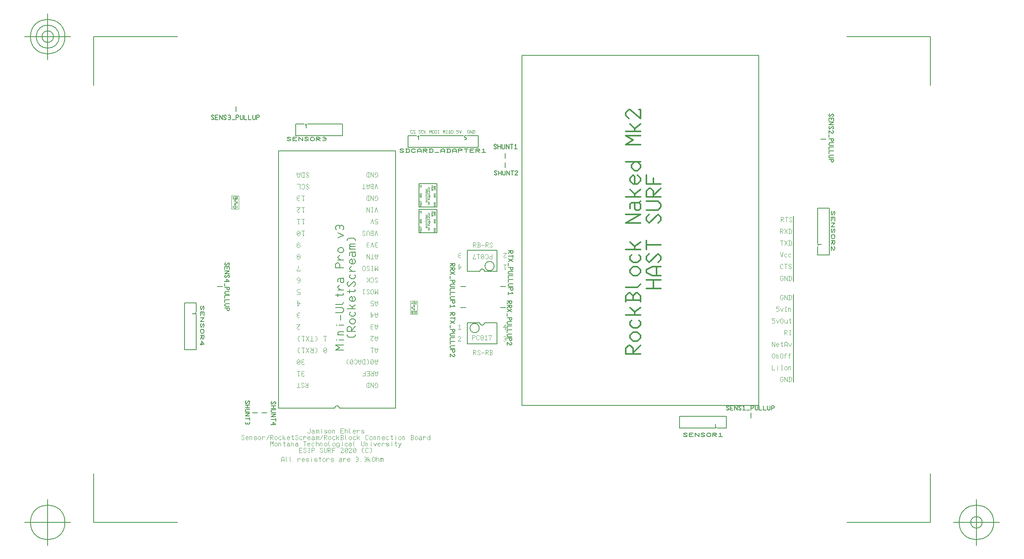
<source format=gbr>
G04 Generated by Ultiboard 14.2 *
%FSLAX24Y24*%
%MOIN*%

%ADD10C,0.0001*%
%ADD11C,0.0037*%
%ADD12C,0.0061*%
%ADD13C,0.0079*%
%ADD14C,0.0039*%
%ADD15C,0.0067*%
%ADD16C,0.0080*%
%ADD17C,0.0007*%
%ADD18C,0.0005*%
%ADD19C,0.0015*%
%ADD20C,0.0024*%
%ADD21C,0.0013*%
%ADD22C,0.0117*%
%ADD23C,0.0050*%


G04 ColorRGB FFFF00 for the following layer *
%LNSilkscreen Top*%
%LPD*%
G54D10*
G54D11*
X-19730Y-15557D02*
X-19730Y-15321D01*
X-19652Y-15164D01*
X-19573Y-15164D01*
X-19495Y-15321D01*
X-19495Y-15557D01*
X-19730Y-15439D02*
X-19495Y-15439D01*
X-19338Y-15164D02*
X-19338Y-15479D01*
X-19260Y-15557D01*
X-18986Y-15164D02*
X-18986Y-15479D01*
X-18907Y-15557D01*
X-18319Y-15400D02*
X-18202Y-15282D01*
X-18162Y-15282D01*
X-18084Y-15361D01*
X-18319Y-15557D02*
X-18319Y-15282D01*
X-17731Y-15479D02*
X-17810Y-15557D01*
X-17888Y-15557D01*
X-17966Y-15479D01*
X-17966Y-15361D01*
X-17888Y-15282D01*
X-17810Y-15282D01*
X-17731Y-15361D01*
X-17770Y-15400D01*
X-17966Y-15400D01*
X-17614Y-15479D02*
X-17535Y-15557D01*
X-17457Y-15557D01*
X-17379Y-15479D01*
X-17614Y-15361D01*
X-17535Y-15282D01*
X-17457Y-15282D01*
X-17379Y-15361D01*
X-17143Y-15557D02*
X-17143Y-15321D01*
X-17143Y-15243D02*
X-17143Y-15203D01*
X-16908Y-15479D02*
X-16830Y-15557D01*
X-16751Y-15557D01*
X-16673Y-15479D01*
X-16908Y-15361D01*
X-16830Y-15282D01*
X-16751Y-15282D01*
X-16673Y-15361D01*
X-16359Y-15518D02*
X-16399Y-15557D01*
X-16438Y-15518D01*
X-16438Y-15164D01*
X-16516Y-15282D02*
X-16359Y-15282D01*
X-16203Y-15479D02*
X-16124Y-15557D01*
X-16046Y-15557D01*
X-15968Y-15479D01*
X-15968Y-15361D01*
X-16046Y-15282D01*
X-16124Y-15282D01*
X-16203Y-15361D01*
X-16203Y-15479D01*
X-15850Y-15400D02*
X-15732Y-15282D01*
X-15693Y-15282D01*
X-15615Y-15361D01*
X-15850Y-15557D02*
X-15850Y-15282D01*
X-15497Y-15479D02*
X-15419Y-15557D01*
X-15340Y-15557D01*
X-15262Y-15479D01*
X-15497Y-15361D01*
X-15419Y-15282D01*
X-15340Y-15282D01*
X-15262Y-15361D01*
X-14752Y-15282D02*
X-14635Y-15282D01*
X-14596Y-15321D01*
X-14596Y-15518D01*
X-14635Y-15557D01*
X-14752Y-15557D01*
X-14792Y-15518D01*
X-14792Y-15439D01*
X-14752Y-15400D01*
X-14596Y-15400D01*
X-14596Y-15518D02*
X-14557Y-15557D01*
X-14439Y-15400D02*
X-14321Y-15282D01*
X-14282Y-15282D01*
X-14204Y-15361D01*
X-14439Y-15557D02*
X-14439Y-15282D01*
X-13851Y-15479D02*
X-13929Y-15557D01*
X-14008Y-15557D01*
X-14086Y-15479D01*
X-14086Y-15361D01*
X-14008Y-15282D01*
X-13929Y-15282D01*
X-13851Y-15361D01*
X-13890Y-15400D01*
X-14086Y-15400D01*
X-13341Y-15203D02*
X-13302Y-15164D01*
X-13224Y-15164D01*
X-13145Y-15243D01*
X-13145Y-15321D01*
X-13185Y-15361D01*
X-13145Y-15400D01*
X-13145Y-15479D01*
X-13224Y-15557D01*
X-13302Y-15557D01*
X-13341Y-15518D01*
X-13302Y-15361D02*
X-13185Y-15361D01*
X-12910Y-15557D02*
X-12910Y-15518D01*
X-12636Y-15203D02*
X-12597Y-15164D01*
X-12518Y-15164D01*
X-12440Y-15243D01*
X-12440Y-15321D01*
X-12479Y-15361D01*
X-12440Y-15400D01*
X-12440Y-15479D01*
X-12518Y-15557D01*
X-12597Y-15557D01*
X-12636Y-15518D01*
X-12597Y-15361D02*
X-12479Y-15361D01*
X-12322Y-15400D02*
X-12244Y-15400D01*
X-12126Y-15282D01*
X-12244Y-15400D02*
X-12126Y-15557D01*
X-12322Y-15557D02*
X-12322Y-15164D01*
X-11970Y-15479D02*
X-11891Y-15557D01*
X-11813Y-15557D01*
X-11734Y-15479D01*
X-11734Y-15243D01*
X-11813Y-15164D01*
X-11891Y-15164D01*
X-11970Y-15243D01*
X-11970Y-15479D01*
X-11617Y-15361D02*
X-11538Y-15282D01*
X-11460Y-15282D01*
X-11382Y-15361D01*
X-11382Y-15557D01*
X-11617Y-15164D02*
X-11617Y-15557D01*
X-11264Y-15557D02*
X-11264Y-15321D01*
X-11264Y-15282D01*
X-11264Y-15321D02*
X-11225Y-15282D01*
X-11186Y-15282D01*
X-11147Y-15321D01*
X-11107Y-15282D01*
X-11068Y-15282D01*
X-11029Y-15321D01*
X-11029Y-15557D01*
X-11147Y-15321D02*
X-11147Y-15557D01*
X-17477Y-13054D02*
X-17398Y-13133D01*
X-17320Y-13133D01*
X-17242Y-13054D01*
X-17242Y-12739D01*
X-17085Y-12857D02*
X-16967Y-12857D01*
X-16928Y-12897D01*
X-16928Y-13094D01*
X-16967Y-13133D01*
X-17085Y-13133D01*
X-17124Y-13094D01*
X-17124Y-13015D01*
X-17085Y-12976D01*
X-16928Y-12976D01*
X-16928Y-13094D02*
X-16889Y-13133D01*
X-16771Y-13133D02*
X-16771Y-12897D01*
X-16771Y-12857D01*
X-16771Y-12897D02*
X-16732Y-12857D01*
X-16693Y-12857D01*
X-16654Y-12897D01*
X-16614Y-12857D01*
X-16575Y-12857D01*
X-16536Y-12897D01*
X-16536Y-13133D01*
X-16654Y-12897D02*
X-16654Y-13133D01*
X-16301Y-13133D02*
X-16301Y-12897D01*
X-16301Y-12818D02*
X-16301Y-12779D01*
X-16066Y-13054D02*
X-15987Y-13133D01*
X-15909Y-13133D01*
X-15831Y-13054D01*
X-16066Y-12936D01*
X-15987Y-12857D01*
X-15909Y-12857D01*
X-15831Y-12936D01*
X-15713Y-13054D02*
X-15635Y-13133D01*
X-15556Y-13133D01*
X-15478Y-13054D01*
X-15478Y-12936D01*
X-15556Y-12857D01*
X-15635Y-12857D01*
X-15713Y-12936D01*
X-15713Y-13054D01*
X-15360Y-13133D02*
X-15360Y-12897D01*
X-15360Y-12857D01*
X-15360Y-12897D02*
X-15321Y-12857D01*
X-15243Y-12857D01*
X-15203Y-12897D01*
X-15203Y-13133D01*
X-14419Y-13133D02*
X-14655Y-13133D01*
X-14655Y-12936D01*
X-14655Y-12739D01*
X-14419Y-12739D01*
X-14655Y-12936D02*
X-14498Y-12936D01*
X-14302Y-12936D02*
X-14224Y-12857D01*
X-14145Y-12857D01*
X-14067Y-12936D01*
X-14067Y-13133D01*
X-14302Y-12739D02*
X-14302Y-13133D01*
X-13910Y-12739D02*
X-13910Y-13054D01*
X-13832Y-13133D01*
X-13361Y-13054D02*
X-13440Y-13133D01*
X-13518Y-13133D01*
X-13596Y-13054D01*
X-13596Y-12936D01*
X-13518Y-12857D01*
X-13440Y-12857D01*
X-13361Y-12936D01*
X-13400Y-12976D01*
X-13596Y-12976D01*
X-13244Y-12976D02*
X-13126Y-12857D01*
X-13087Y-12857D01*
X-13008Y-12936D01*
X-13244Y-13133D02*
X-13244Y-12857D01*
X-12891Y-13054D02*
X-12812Y-13133D01*
X-12734Y-13133D01*
X-12656Y-13054D01*
X-12891Y-12936D01*
X-12812Y-12857D01*
X-12734Y-12857D01*
X-12656Y-12936D01*
X-23121Y-13606D02*
X-23042Y-13684D01*
X-22964Y-13684D01*
X-22886Y-13606D01*
X-23121Y-13369D01*
X-23042Y-13291D01*
X-22964Y-13291D01*
X-22886Y-13369D01*
X-22533Y-13606D02*
X-22611Y-13684D01*
X-22690Y-13684D01*
X-22768Y-13606D01*
X-22768Y-13487D01*
X-22690Y-13409D01*
X-22611Y-13409D01*
X-22533Y-13487D01*
X-22572Y-13527D01*
X-22768Y-13527D01*
X-22415Y-13684D02*
X-22415Y-13448D01*
X-22415Y-13409D01*
X-22415Y-13448D02*
X-22376Y-13409D01*
X-22298Y-13409D01*
X-22259Y-13448D01*
X-22259Y-13684D01*
X-22063Y-13606D02*
X-21984Y-13684D01*
X-21906Y-13684D01*
X-21827Y-13606D01*
X-22063Y-13487D01*
X-21984Y-13409D01*
X-21906Y-13409D01*
X-21827Y-13487D01*
X-21710Y-13606D02*
X-21631Y-13684D01*
X-21553Y-13684D01*
X-21475Y-13606D01*
X-21475Y-13487D01*
X-21553Y-13409D01*
X-21631Y-13409D01*
X-21710Y-13487D01*
X-21710Y-13606D01*
X-21357Y-13527D02*
X-21239Y-13409D01*
X-21200Y-13409D01*
X-21122Y-13487D01*
X-21357Y-13684D02*
X-21357Y-13409D01*
X-20769Y-13291D02*
X-21004Y-13684D01*
X-20652Y-13684D02*
X-20652Y-13291D01*
X-20495Y-13291D01*
X-20416Y-13369D01*
X-20416Y-13409D01*
X-20495Y-13487D01*
X-20652Y-13487D01*
X-20612Y-13487D02*
X-20416Y-13684D01*
X-20299Y-13606D02*
X-20220Y-13684D01*
X-20142Y-13684D01*
X-20064Y-13606D01*
X-20064Y-13487D01*
X-20142Y-13409D01*
X-20220Y-13409D01*
X-20299Y-13487D01*
X-20299Y-13606D01*
X-19750Y-13645D02*
X-19789Y-13684D01*
X-19868Y-13684D01*
X-19946Y-13606D01*
X-19946Y-13487D01*
X-19868Y-13409D01*
X-19789Y-13409D01*
X-19750Y-13448D01*
X-19593Y-13527D02*
X-19515Y-13527D01*
X-19397Y-13409D01*
X-19515Y-13527D02*
X-19397Y-13684D01*
X-19593Y-13684D02*
X-19593Y-13291D01*
X-19005Y-13606D02*
X-19084Y-13684D01*
X-19162Y-13684D01*
X-19240Y-13606D01*
X-19240Y-13487D01*
X-19162Y-13409D01*
X-19084Y-13409D01*
X-19005Y-13487D01*
X-19045Y-13527D01*
X-19240Y-13527D01*
X-18692Y-13645D02*
X-18731Y-13684D01*
X-18770Y-13645D01*
X-18770Y-13291D01*
X-18849Y-13409D02*
X-18692Y-13409D01*
X-18535Y-13606D02*
X-18457Y-13684D01*
X-18378Y-13684D01*
X-18300Y-13606D01*
X-18535Y-13369D01*
X-18457Y-13291D01*
X-18378Y-13291D01*
X-18300Y-13369D01*
X-17986Y-13645D02*
X-18025Y-13684D01*
X-18104Y-13684D01*
X-18182Y-13606D01*
X-18182Y-13487D01*
X-18104Y-13409D01*
X-18025Y-13409D01*
X-17986Y-13448D01*
X-17829Y-13527D02*
X-17712Y-13409D01*
X-17673Y-13409D01*
X-17594Y-13487D01*
X-17829Y-13684D02*
X-17829Y-13409D01*
X-17242Y-13606D02*
X-17320Y-13684D01*
X-17398Y-13684D01*
X-17477Y-13606D01*
X-17477Y-13487D01*
X-17398Y-13409D01*
X-17320Y-13409D01*
X-17242Y-13487D01*
X-17281Y-13527D01*
X-17477Y-13527D01*
X-17085Y-13409D02*
X-16967Y-13409D01*
X-16928Y-13448D01*
X-16928Y-13645D01*
X-16967Y-13684D01*
X-17085Y-13684D01*
X-17124Y-13645D01*
X-17124Y-13566D01*
X-17085Y-13527D01*
X-16928Y-13527D01*
X-16928Y-13645D02*
X-16889Y-13684D01*
X-16771Y-13684D02*
X-16771Y-13448D01*
X-16771Y-13409D01*
X-16771Y-13448D02*
X-16732Y-13409D01*
X-16693Y-13409D01*
X-16654Y-13448D01*
X-16614Y-13409D01*
X-16575Y-13409D01*
X-16536Y-13448D01*
X-16536Y-13684D01*
X-16654Y-13448D02*
X-16654Y-13684D01*
X-16183Y-13291D02*
X-16418Y-13684D01*
X-16066Y-13684D02*
X-16066Y-13291D01*
X-15909Y-13291D01*
X-15831Y-13369D01*
X-15831Y-13409D01*
X-15909Y-13487D01*
X-16066Y-13487D01*
X-16026Y-13487D02*
X-15831Y-13684D01*
X-15713Y-13606D02*
X-15635Y-13684D01*
X-15556Y-13684D01*
X-15478Y-13606D01*
X-15478Y-13487D01*
X-15556Y-13409D01*
X-15635Y-13409D01*
X-15713Y-13487D01*
X-15713Y-13606D01*
X-15164Y-13645D02*
X-15203Y-13684D01*
X-15282Y-13684D01*
X-15360Y-13606D01*
X-15360Y-13487D01*
X-15282Y-13409D01*
X-15203Y-13409D01*
X-15164Y-13448D01*
X-15007Y-13527D02*
X-14929Y-13527D01*
X-14811Y-13409D01*
X-14929Y-13527D02*
X-14811Y-13684D01*
X-15007Y-13684D02*
X-15007Y-13291D01*
X-14655Y-13684D02*
X-14498Y-13684D01*
X-14419Y-13606D01*
X-14419Y-13566D01*
X-14498Y-13487D01*
X-14419Y-13409D01*
X-14419Y-13369D01*
X-14498Y-13291D01*
X-14615Y-13291D01*
X-14655Y-13291D01*
X-14615Y-13487D02*
X-14498Y-13487D01*
X-14615Y-13291D02*
X-14615Y-13684D01*
X-14263Y-13291D02*
X-14263Y-13606D01*
X-14184Y-13684D01*
X-13949Y-13606D02*
X-13871Y-13684D01*
X-13792Y-13684D01*
X-13714Y-13606D01*
X-13714Y-13487D01*
X-13792Y-13409D01*
X-13871Y-13409D01*
X-13949Y-13487D01*
X-13949Y-13606D01*
X-13400Y-13645D02*
X-13440Y-13684D01*
X-13518Y-13684D01*
X-13596Y-13606D01*
X-13596Y-13487D01*
X-13518Y-13409D01*
X-13440Y-13409D01*
X-13400Y-13448D01*
X-13244Y-13527D02*
X-13165Y-13527D01*
X-13048Y-13409D01*
X-13165Y-13527D02*
X-13048Y-13684D01*
X-13244Y-13684D02*
X-13244Y-13291D01*
X-12303Y-13606D02*
X-12381Y-13684D01*
X-12460Y-13684D01*
X-12538Y-13606D01*
X-12538Y-13369D01*
X-12460Y-13291D01*
X-12381Y-13291D01*
X-12303Y-13369D01*
X-12185Y-13606D02*
X-12107Y-13684D01*
X-12029Y-13684D01*
X-11950Y-13606D01*
X-11950Y-13487D01*
X-12029Y-13409D01*
X-12107Y-13409D01*
X-12185Y-13487D01*
X-12185Y-13606D01*
X-11833Y-13684D02*
X-11833Y-13448D01*
X-11833Y-13409D01*
X-11833Y-13448D02*
X-11793Y-13409D01*
X-11715Y-13409D01*
X-11676Y-13448D01*
X-11676Y-13684D01*
X-11480Y-13684D02*
X-11480Y-13448D01*
X-11480Y-13409D01*
X-11480Y-13448D02*
X-11441Y-13409D01*
X-11362Y-13409D01*
X-11323Y-13448D01*
X-11323Y-13684D01*
X-10892Y-13606D02*
X-10970Y-13684D01*
X-11049Y-13684D01*
X-11127Y-13606D01*
X-11127Y-13487D01*
X-11049Y-13409D01*
X-10970Y-13409D01*
X-10892Y-13487D01*
X-10931Y-13527D01*
X-11127Y-13527D01*
X-10578Y-13645D02*
X-10618Y-13684D01*
X-10696Y-13684D01*
X-10774Y-13606D01*
X-10774Y-13487D01*
X-10696Y-13409D01*
X-10618Y-13409D01*
X-10578Y-13448D01*
X-10226Y-13645D02*
X-10265Y-13684D01*
X-10304Y-13645D01*
X-10304Y-13291D01*
X-10382Y-13409D02*
X-10226Y-13409D01*
X-9951Y-13684D02*
X-9951Y-13448D01*
X-9951Y-13369D02*
X-9951Y-13330D01*
X-9716Y-13606D02*
X-9638Y-13684D01*
X-9559Y-13684D01*
X-9481Y-13606D01*
X-9481Y-13487D01*
X-9559Y-13409D01*
X-9638Y-13409D01*
X-9716Y-13487D01*
X-9716Y-13606D01*
X-9363Y-13684D02*
X-9363Y-13448D01*
X-9363Y-13409D01*
X-9363Y-13448D02*
X-9324Y-13409D01*
X-9246Y-13409D01*
X-9207Y-13448D01*
X-9207Y-13684D01*
X-8658Y-13684D02*
X-8501Y-13684D01*
X-8423Y-13606D01*
X-8423Y-13566D01*
X-8501Y-13487D01*
X-8423Y-13409D01*
X-8423Y-13369D01*
X-8501Y-13291D01*
X-8619Y-13291D01*
X-8658Y-13291D01*
X-8619Y-13487D02*
X-8501Y-13487D01*
X-8619Y-13291D02*
X-8619Y-13684D01*
X-8305Y-13606D02*
X-8227Y-13684D01*
X-8148Y-13684D01*
X-8070Y-13606D01*
X-8070Y-13487D01*
X-8148Y-13409D01*
X-8227Y-13409D01*
X-8305Y-13487D01*
X-8305Y-13606D01*
X-7913Y-13409D02*
X-7796Y-13409D01*
X-7756Y-13448D01*
X-7756Y-13645D01*
X-7796Y-13684D01*
X-7913Y-13684D01*
X-7952Y-13645D01*
X-7952Y-13566D01*
X-7913Y-13527D01*
X-7756Y-13527D01*
X-7756Y-13645D02*
X-7717Y-13684D01*
X-7600Y-13527D02*
X-7482Y-13409D01*
X-7443Y-13409D01*
X-7364Y-13487D01*
X-7600Y-13684D02*
X-7600Y-13409D01*
X-7012Y-13606D02*
X-7090Y-13684D01*
X-7168Y-13684D01*
X-7247Y-13606D01*
X-7247Y-13527D01*
X-7168Y-13448D01*
X-7090Y-13448D01*
X-7012Y-13527D01*
X-7012Y-13291D02*
X-7012Y-13684D01*
X-20652Y-14235D02*
X-20652Y-13842D01*
X-20534Y-14039D01*
X-20416Y-13842D01*
X-20416Y-14235D01*
X-20299Y-14157D02*
X-20220Y-14235D01*
X-20142Y-14235D01*
X-20064Y-14157D01*
X-20064Y-14039D01*
X-20142Y-13960D01*
X-20220Y-13960D01*
X-20299Y-14039D01*
X-20299Y-14157D01*
X-19946Y-14235D02*
X-19946Y-13999D01*
X-19946Y-13960D01*
X-19946Y-13999D02*
X-19907Y-13960D01*
X-19828Y-13960D01*
X-19789Y-13999D01*
X-19789Y-14235D01*
X-19397Y-14196D02*
X-19436Y-14235D01*
X-19476Y-14196D01*
X-19476Y-13842D01*
X-19554Y-13960D02*
X-19397Y-13960D01*
X-19201Y-13960D02*
X-19084Y-13960D01*
X-19045Y-13999D01*
X-19045Y-14196D01*
X-19084Y-14235D01*
X-19201Y-14235D01*
X-19240Y-14196D01*
X-19240Y-14117D01*
X-19201Y-14078D01*
X-19045Y-14078D01*
X-19045Y-14196D02*
X-19005Y-14235D01*
X-18888Y-14235D02*
X-18888Y-13999D01*
X-18888Y-13960D01*
X-18888Y-13999D02*
X-18849Y-13960D01*
X-18770Y-13960D01*
X-18731Y-13999D01*
X-18731Y-14235D01*
X-18496Y-13960D02*
X-18378Y-13960D01*
X-18339Y-13999D01*
X-18339Y-14196D01*
X-18378Y-14235D01*
X-18496Y-14235D01*
X-18535Y-14196D01*
X-18535Y-14117D01*
X-18496Y-14078D01*
X-18339Y-14078D01*
X-18339Y-14196D02*
X-18300Y-14235D01*
X-17712Y-14235D02*
X-17712Y-13842D01*
X-17829Y-13842D02*
X-17594Y-13842D01*
X-17242Y-14157D02*
X-17320Y-14235D01*
X-17398Y-14235D01*
X-17477Y-14157D01*
X-17477Y-14039D01*
X-17398Y-13960D01*
X-17320Y-13960D01*
X-17242Y-14039D01*
X-17281Y-14078D01*
X-17477Y-14078D01*
X-16928Y-14196D02*
X-16967Y-14235D01*
X-17046Y-14235D01*
X-17124Y-14157D01*
X-17124Y-14039D01*
X-17046Y-13960D01*
X-16967Y-13960D01*
X-16928Y-13999D01*
X-16771Y-14039D02*
X-16693Y-13960D01*
X-16614Y-13960D01*
X-16536Y-14039D01*
X-16536Y-14235D01*
X-16771Y-13842D02*
X-16771Y-14235D01*
X-16418Y-14235D02*
X-16418Y-13999D01*
X-16418Y-13960D01*
X-16418Y-13999D02*
X-16379Y-13960D01*
X-16301Y-13960D01*
X-16262Y-13999D01*
X-16262Y-14235D01*
X-16066Y-14157D02*
X-15987Y-14235D01*
X-15909Y-14235D01*
X-15831Y-14157D01*
X-15831Y-14039D01*
X-15909Y-13960D01*
X-15987Y-13960D01*
X-16066Y-14039D01*
X-16066Y-14157D01*
X-15674Y-13842D02*
X-15674Y-14157D01*
X-15595Y-14235D01*
X-15360Y-14157D02*
X-15282Y-14235D01*
X-15203Y-14235D01*
X-15125Y-14157D01*
X-15125Y-14039D01*
X-15203Y-13960D01*
X-15282Y-13960D01*
X-15360Y-14039D01*
X-15360Y-14157D01*
X-15007Y-14275D02*
X-14929Y-14354D01*
X-14851Y-14354D01*
X-14772Y-14275D01*
X-14772Y-14157D01*
X-14772Y-14039D01*
X-14851Y-13960D01*
X-14929Y-13960D01*
X-15007Y-14039D01*
X-15007Y-14157D01*
X-14929Y-14235D01*
X-14851Y-14235D01*
X-14772Y-14157D01*
X-14537Y-14235D02*
X-14537Y-13999D01*
X-14537Y-13920D02*
X-14537Y-13881D01*
X-14106Y-14196D02*
X-14145Y-14235D01*
X-14224Y-14235D01*
X-14302Y-14157D01*
X-14302Y-14039D01*
X-14224Y-13960D01*
X-14145Y-13960D01*
X-14106Y-13999D01*
X-13910Y-13960D02*
X-13792Y-13960D01*
X-13753Y-13999D01*
X-13753Y-14196D01*
X-13792Y-14235D01*
X-13910Y-14235D01*
X-13949Y-14196D01*
X-13949Y-14117D01*
X-13910Y-14078D01*
X-13753Y-14078D01*
X-13753Y-14196D02*
X-13714Y-14235D01*
X-13557Y-13842D02*
X-13557Y-14157D01*
X-13479Y-14235D01*
X-12891Y-13842D02*
X-12891Y-14157D01*
X-12812Y-14235D01*
X-12734Y-14235D01*
X-12656Y-14157D01*
X-12656Y-13842D01*
X-12538Y-14235D02*
X-12538Y-13999D01*
X-12538Y-13960D01*
X-12538Y-13999D02*
X-12499Y-13960D01*
X-12421Y-13960D01*
X-12381Y-13999D01*
X-12381Y-14235D01*
X-12068Y-14235D02*
X-12068Y-13999D01*
X-12068Y-13920D02*
X-12068Y-13881D01*
X-11833Y-13960D02*
X-11715Y-14235D01*
X-11597Y-13960D01*
X-11245Y-14157D02*
X-11323Y-14235D01*
X-11401Y-14235D01*
X-11480Y-14157D01*
X-11480Y-14039D01*
X-11401Y-13960D01*
X-11323Y-13960D01*
X-11245Y-14039D01*
X-11284Y-14078D01*
X-11480Y-14078D01*
X-11127Y-14078D02*
X-11010Y-13960D01*
X-10970Y-13960D01*
X-10892Y-14039D01*
X-11127Y-14235D02*
X-11127Y-13960D01*
X-10774Y-14157D02*
X-10696Y-14235D01*
X-10618Y-14235D01*
X-10539Y-14157D01*
X-10774Y-14039D01*
X-10696Y-13960D01*
X-10618Y-13960D01*
X-10539Y-14039D01*
X-10304Y-14235D02*
X-10304Y-13999D01*
X-10304Y-13920D02*
X-10304Y-13881D01*
X-9873Y-14196D02*
X-9912Y-14235D01*
X-9951Y-14196D01*
X-9951Y-13842D01*
X-10030Y-13960D02*
X-9873Y-13960D01*
X-9716Y-14354D02*
X-9677Y-14354D01*
X-9481Y-13960D01*
X-9716Y-13960D02*
X-9598Y-14196D01*
X-17947Y-14787D02*
X-18182Y-14787D01*
X-18182Y-14590D01*
X-18182Y-14393D01*
X-17947Y-14393D01*
X-18182Y-14590D02*
X-18025Y-14590D01*
X-17829Y-14708D02*
X-17751Y-14787D01*
X-17673Y-14787D01*
X-17594Y-14708D01*
X-17829Y-14472D01*
X-17751Y-14393D01*
X-17673Y-14393D01*
X-17594Y-14472D01*
X-17398Y-14787D02*
X-17320Y-14787D01*
X-17398Y-14393D02*
X-17320Y-14393D01*
X-17359Y-14787D02*
X-17359Y-14393D01*
X-17124Y-14787D02*
X-17124Y-14393D01*
X-16967Y-14393D01*
X-16889Y-14472D01*
X-16889Y-14511D01*
X-16967Y-14590D01*
X-17124Y-14590D01*
X-16418Y-14708D02*
X-16340Y-14787D01*
X-16262Y-14787D01*
X-16183Y-14708D01*
X-16418Y-14472D01*
X-16340Y-14393D01*
X-16262Y-14393D01*
X-16183Y-14472D01*
X-16066Y-14393D02*
X-16066Y-14708D01*
X-15987Y-14787D01*
X-15909Y-14787D01*
X-15831Y-14708D01*
X-15831Y-14393D01*
X-15713Y-14787D02*
X-15713Y-14393D01*
X-15556Y-14393D01*
X-15478Y-14472D01*
X-15478Y-14511D01*
X-15556Y-14590D01*
X-15713Y-14590D01*
X-15674Y-14590D02*
X-15478Y-14787D01*
X-15360Y-14787D02*
X-15360Y-14393D01*
X-15125Y-14393D01*
X-15360Y-14590D02*
X-15203Y-14590D01*
X-14655Y-14472D02*
X-14576Y-14393D01*
X-14498Y-14393D01*
X-14419Y-14472D01*
X-14419Y-14511D01*
X-14655Y-14787D01*
X-14419Y-14787D01*
X-14419Y-14747D01*
X-14302Y-14472D02*
X-14224Y-14393D01*
X-14145Y-14393D01*
X-14067Y-14472D01*
X-14067Y-14708D01*
X-14145Y-14787D01*
X-14224Y-14787D01*
X-14302Y-14708D01*
X-14302Y-14472D01*
X-14067Y-14472D02*
X-14302Y-14708D01*
X-13949Y-14472D02*
X-13871Y-14393D01*
X-13792Y-14393D01*
X-13714Y-14472D01*
X-13714Y-14511D01*
X-13949Y-14787D01*
X-13714Y-14787D01*
X-13714Y-14747D01*
X-13596Y-14472D02*
X-13518Y-14393D01*
X-13440Y-14393D01*
X-13361Y-14472D01*
X-13361Y-14708D01*
X-13440Y-14787D01*
X-13518Y-14787D01*
X-13596Y-14708D01*
X-13596Y-14472D01*
X-13361Y-14472D02*
X-13596Y-14708D01*
X-12695Y-14787D02*
X-12734Y-14787D01*
X-12812Y-14708D01*
X-12812Y-14472D01*
X-12734Y-14393D01*
X-12695Y-14393D01*
X-12303Y-14708D02*
X-12381Y-14787D01*
X-12460Y-14787D01*
X-12538Y-14708D01*
X-12538Y-14472D01*
X-12460Y-14393D01*
X-12381Y-14393D01*
X-12303Y-14472D01*
X-12146Y-14393D02*
X-12107Y-14393D01*
X-12029Y-14472D01*
X-12029Y-14708D01*
X-12107Y-14787D01*
X-12146Y-14787D01*
X-17441Y-8843D02*
X-17441Y-9236D01*
X-17598Y-9236D01*
X-17676Y-9157D01*
X-17676Y-9118D01*
X-17598Y-9039D01*
X-17441Y-9039D01*
X-17480Y-9039D02*
X-17676Y-8843D01*
X-17794Y-8921D02*
X-17872Y-8843D01*
X-17950Y-8843D01*
X-18029Y-8921D01*
X-17794Y-9157D01*
X-17872Y-9236D01*
X-17950Y-9236D01*
X-18029Y-9157D01*
X-18264Y-8843D02*
X-18264Y-9236D01*
X-18146Y-9236D02*
X-18382Y-9236D01*
X-11656Y-9039D02*
X-11734Y-9039D01*
X-11734Y-8921D01*
X-11656Y-8843D01*
X-11578Y-8843D01*
X-11499Y-8921D01*
X-11499Y-9157D01*
X-11578Y-9236D01*
X-11734Y-9236D01*
X-11852Y-8843D02*
X-11852Y-9236D01*
X-12087Y-8843D01*
X-12087Y-9236D01*
X-12205Y-8843D02*
X-12361Y-8843D01*
X-12440Y-8921D01*
X-12440Y-9157D01*
X-12361Y-9236D01*
X-12205Y-9236D01*
X-12244Y-9236D02*
X-12244Y-8843D01*
X-11499Y-7843D02*
X-11499Y-8079D01*
X-11578Y-8236D01*
X-11656Y-8236D01*
X-11734Y-8079D01*
X-11734Y-7843D01*
X-11499Y-7961D02*
X-11734Y-7961D01*
X-11852Y-7843D02*
X-11852Y-8236D01*
X-12009Y-8236D01*
X-12087Y-8157D01*
X-12087Y-8118D01*
X-12009Y-8039D01*
X-11852Y-8039D01*
X-11891Y-8039D02*
X-12087Y-7843D01*
X-12440Y-7843D02*
X-12205Y-7843D01*
X-12205Y-8039D01*
X-12205Y-8236D01*
X-12440Y-8236D01*
X-12205Y-8039D02*
X-12361Y-8039D01*
X-12557Y-7843D02*
X-12557Y-8236D01*
X-12793Y-8236D01*
X-12557Y-8039D02*
X-12714Y-8039D01*
X-11499Y-6843D02*
X-11499Y-7079D01*
X-11578Y-7236D01*
X-11656Y-7236D01*
X-11734Y-7079D01*
X-11734Y-6843D01*
X-11499Y-6961D02*
X-11734Y-6961D01*
X-11852Y-7157D02*
X-11930Y-7236D01*
X-12009Y-7236D01*
X-12087Y-7157D01*
X-12087Y-6921D01*
X-12009Y-6843D01*
X-11930Y-6843D01*
X-11852Y-6921D01*
X-11852Y-7157D01*
X-12087Y-7157D02*
X-11852Y-6921D01*
X-12401Y-6843D02*
X-12361Y-6843D01*
X-12283Y-6921D01*
X-12283Y-7157D01*
X-12361Y-7236D01*
X-12401Y-7236D01*
X-12557Y-6843D02*
X-12714Y-6843D01*
X-12793Y-6921D01*
X-12793Y-7157D01*
X-12714Y-7236D01*
X-12557Y-7236D01*
X-12597Y-7236D02*
X-12597Y-6843D01*
X-12910Y-6843D02*
X-12910Y-7079D01*
X-12989Y-7236D01*
X-13067Y-7236D01*
X-13145Y-7079D01*
X-13145Y-6843D01*
X-12910Y-6961D02*
X-13145Y-6961D01*
X-13498Y-6921D02*
X-13420Y-6843D01*
X-13341Y-6843D01*
X-13263Y-6921D01*
X-13263Y-7157D01*
X-13341Y-7236D01*
X-13420Y-7236D01*
X-13498Y-7157D01*
X-13616Y-7157D02*
X-13694Y-7236D01*
X-13773Y-7236D01*
X-13851Y-7157D01*
X-13851Y-6921D01*
X-13773Y-6843D01*
X-13694Y-6843D01*
X-13616Y-6921D01*
X-13616Y-7157D01*
X-13851Y-7157D02*
X-13616Y-6921D01*
X-14008Y-7236D02*
X-14047Y-7236D01*
X-14125Y-7157D01*
X-14125Y-6921D01*
X-14047Y-6843D01*
X-14008Y-6843D01*
X-11499Y-5843D02*
X-11499Y-6079D01*
X-11578Y-6236D01*
X-11656Y-6236D01*
X-11734Y-6079D01*
X-11734Y-5843D01*
X-11499Y-5961D02*
X-11734Y-5961D01*
X-11891Y-6157D02*
X-11970Y-6236D01*
X-11970Y-5843D01*
X-11852Y-5843D02*
X-12087Y-5843D01*
X-11499Y-4843D02*
X-11499Y-5079D01*
X-11578Y-5236D01*
X-11656Y-5236D01*
X-11734Y-5079D01*
X-11734Y-4843D01*
X-11499Y-4961D02*
X-11734Y-4961D01*
X-11852Y-5157D02*
X-11930Y-5236D01*
X-12009Y-5236D01*
X-12087Y-5157D01*
X-12087Y-5118D01*
X-11852Y-4843D01*
X-12087Y-4843D01*
X-12087Y-4882D01*
X-11499Y-3843D02*
X-11499Y-4079D01*
X-11578Y-4236D01*
X-11656Y-4236D01*
X-11734Y-4079D01*
X-11734Y-3843D01*
X-11499Y-3961D02*
X-11734Y-3961D01*
X-11891Y-4197D02*
X-11930Y-4236D01*
X-12009Y-4236D01*
X-12087Y-4157D01*
X-12087Y-4079D01*
X-12048Y-4039D01*
X-12087Y-4000D01*
X-12087Y-3921D01*
X-12009Y-3843D01*
X-11930Y-3843D01*
X-11891Y-3882D01*
X-11930Y-4039D02*
X-12048Y-4039D01*
X-11499Y-2843D02*
X-11499Y-3079D01*
X-11578Y-3236D01*
X-11656Y-3236D01*
X-11734Y-3079D01*
X-11734Y-2843D01*
X-11499Y-2961D02*
X-11734Y-2961D01*
X-12087Y-3000D02*
X-11852Y-3000D01*
X-12048Y-3236D01*
X-12048Y-2843D01*
X-12009Y-2843D02*
X-12087Y-2843D01*
X-11499Y-1843D02*
X-11499Y-2079D01*
X-11578Y-2236D01*
X-11656Y-2236D01*
X-11734Y-2079D01*
X-11734Y-1843D01*
X-11499Y-1961D02*
X-11734Y-1961D01*
X-12087Y-2236D02*
X-11852Y-2236D01*
X-11852Y-2079D01*
X-12009Y-2079D01*
X-12087Y-2000D01*
X-12087Y-1921D01*
X-12009Y-1843D01*
X-11852Y-1843D01*
X-11499Y-843D02*
X-11499Y-1236D01*
X-11617Y-1039D01*
X-11734Y-1236D01*
X-11734Y-843D01*
X-11852Y-921D02*
X-11930Y-843D01*
X-12009Y-843D01*
X-12087Y-921D01*
X-12087Y-1157D01*
X-12009Y-1236D01*
X-11930Y-1236D01*
X-11852Y-1157D01*
X-11852Y-921D01*
X-12205Y-921D02*
X-12283Y-843D01*
X-12361Y-843D01*
X-12440Y-921D01*
X-12205Y-1157D01*
X-12283Y-1236D01*
X-12361Y-1236D01*
X-12440Y-1157D01*
X-12636Y-843D02*
X-12714Y-843D01*
X-12636Y-1236D02*
X-12714Y-1236D01*
X-12675Y-843D02*
X-12675Y-1236D01*
X-11499Y1157D02*
X-11499Y764D01*
X-11617Y961D01*
X-11734Y764D01*
X-11734Y1157D01*
X-11930Y1157D02*
X-12009Y1157D01*
X-11930Y764D02*
X-12009Y764D01*
X-11970Y1157D02*
X-11970Y764D01*
X-12205Y1079D02*
X-12283Y1157D01*
X-12361Y1157D01*
X-12440Y1079D01*
X-12205Y843D01*
X-12283Y764D01*
X-12361Y764D01*
X-12440Y843D01*
X-12557Y1079D02*
X-12636Y1157D01*
X-12714Y1157D01*
X-12793Y1079D01*
X-12793Y843D01*
X-12714Y764D01*
X-12636Y764D01*
X-12557Y843D01*
X-12557Y1079D01*
X-11499Y79D02*
X-11578Y157D01*
X-11656Y157D01*
X-11734Y79D01*
X-11499Y-157D01*
X-11578Y-236D01*
X-11656Y-236D01*
X-11734Y-157D01*
X-12087Y79D02*
X-12009Y157D01*
X-11930Y157D01*
X-11852Y79D01*
X-11852Y-157D01*
X-11930Y-236D01*
X-12009Y-236D01*
X-12087Y-157D01*
X-12205Y157D02*
X-12205Y-236D01*
X-12205Y-39D02*
X-12244Y-39D01*
X-12440Y-236D01*
X-12244Y-39D02*
X-12440Y157D01*
X-11499Y2157D02*
X-11499Y1921D01*
X-11578Y1764D01*
X-11656Y1764D01*
X-11734Y1921D01*
X-11734Y2157D01*
X-11499Y2039D02*
X-11734Y2039D01*
X-11970Y2157D02*
X-11970Y1764D01*
X-11852Y1764D02*
X-12087Y1764D01*
X-12205Y2157D02*
X-12205Y1764D01*
X-12440Y2157D01*
X-12440Y1764D01*
X-11538Y2803D02*
X-11578Y2764D01*
X-11656Y2764D01*
X-11734Y2843D01*
X-11734Y2921D01*
X-11695Y2961D01*
X-11734Y3000D01*
X-11734Y3079D01*
X-11656Y3157D01*
X-11578Y3157D01*
X-11538Y3118D01*
X-11578Y2961D02*
X-11695Y2961D01*
X-11852Y2764D02*
X-11970Y3157D01*
X-12087Y2764D01*
X-12244Y2803D02*
X-12283Y2764D01*
X-12361Y2764D01*
X-12440Y2843D01*
X-12440Y2921D01*
X-12401Y2961D01*
X-12440Y3000D01*
X-12440Y3079D01*
X-12361Y3157D01*
X-12283Y3157D01*
X-12244Y3118D01*
X-12283Y2961D02*
X-12401Y2961D01*
X-11499Y3764D02*
X-11617Y4157D01*
X-11734Y3764D01*
X-11852Y4157D02*
X-12009Y4157D01*
X-12087Y4079D01*
X-12087Y4039D01*
X-12009Y3961D01*
X-12087Y3882D01*
X-12087Y3843D01*
X-12009Y3764D01*
X-11891Y3764D01*
X-11852Y3764D01*
X-11891Y3961D02*
X-12009Y3961D01*
X-11891Y3764D02*
X-11891Y4157D01*
X-12205Y3764D02*
X-12205Y4079D01*
X-12283Y4157D01*
X-12361Y4157D01*
X-12440Y4079D01*
X-12440Y3764D01*
X-12557Y4079D02*
X-12636Y4157D01*
X-12714Y4157D01*
X-12793Y4079D01*
X-12557Y3843D01*
X-12636Y3764D01*
X-12714Y3764D01*
X-12793Y3843D01*
X-11734Y4764D02*
X-11499Y4764D01*
X-11499Y4921D01*
X-11656Y4921D01*
X-11734Y5000D01*
X-11734Y5079D01*
X-11656Y5157D01*
X-11499Y5157D01*
X-11852Y4764D02*
X-11970Y5157D01*
X-12087Y4764D01*
X-11499Y5764D02*
X-11617Y6157D01*
X-11734Y5764D01*
X-11930Y6157D02*
X-12009Y6157D01*
X-11930Y5764D02*
X-12009Y5764D01*
X-11970Y6157D02*
X-11970Y5764D01*
X-12205Y6157D02*
X-12205Y5764D01*
X-12440Y6157D01*
X-12440Y5764D01*
X-11656Y6961D02*
X-11734Y6961D01*
X-11734Y7079D01*
X-11656Y7157D01*
X-11578Y7157D01*
X-11499Y7079D01*
X-11499Y6843D01*
X-11578Y6764D01*
X-11734Y6764D01*
X-11852Y7157D02*
X-11852Y6764D01*
X-12087Y7157D01*
X-12087Y6764D01*
X-12205Y7157D02*
X-12361Y7157D01*
X-12440Y7079D01*
X-12440Y6843D01*
X-12361Y6764D01*
X-12205Y6764D01*
X-12244Y6764D02*
X-12244Y7157D01*
X-11499Y7764D02*
X-11617Y8157D01*
X-11734Y7764D01*
X-11852Y8157D02*
X-12009Y8157D01*
X-12087Y8079D01*
X-12087Y8039D01*
X-12009Y7961D01*
X-12087Y7882D01*
X-12087Y7843D01*
X-12009Y7764D01*
X-11891Y7764D01*
X-11852Y7764D01*
X-11891Y7961D02*
X-12009Y7961D01*
X-11891Y7764D02*
X-11891Y8157D01*
X-12205Y8157D02*
X-12205Y7921D01*
X-12283Y7764D01*
X-12361Y7764D01*
X-12440Y7921D01*
X-12440Y8157D01*
X-12205Y8039D02*
X-12440Y8039D01*
X-12675Y8157D02*
X-12675Y7764D01*
X-12557Y7764D02*
X-12793Y7764D01*
X-11656Y8961D02*
X-11734Y8961D01*
X-11734Y9079D01*
X-11656Y9157D01*
X-11578Y9157D01*
X-11499Y9079D01*
X-11499Y8843D01*
X-11578Y8764D01*
X-11734Y8764D01*
X-11852Y9157D02*
X-11852Y8764D01*
X-12087Y9157D01*
X-12087Y8764D01*
X-12205Y9157D02*
X-12361Y9157D01*
X-12440Y9079D01*
X-12440Y8843D01*
X-12361Y8764D01*
X-12205Y8764D01*
X-12244Y8764D02*
X-12244Y9157D01*
X-3321Y-6433D02*
X-3321Y-6039D01*
X-3164Y-6039D01*
X-3086Y-6118D01*
X-3086Y-6157D01*
X-3164Y-6236D01*
X-3321Y-6236D01*
X-3282Y-6236D02*
X-3086Y-6433D01*
X-2968Y-6354D02*
X-2890Y-6433D01*
X-2811Y-6433D01*
X-2733Y-6354D01*
X-2968Y-6118D01*
X-2890Y-6039D01*
X-2811Y-6039D01*
X-2733Y-6118D01*
X-2615Y-6276D02*
X-2380Y-6276D01*
X-2263Y-6433D02*
X-2263Y-6039D01*
X-2106Y-6039D01*
X-2027Y-6118D01*
X-2027Y-6157D01*
X-2106Y-6236D01*
X-2263Y-6236D01*
X-2223Y-6236D02*
X-2027Y-6433D01*
X-1910Y-6433D02*
X-1753Y-6433D01*
X-1675Y-6354D01*
X-1675Y-6315D01*
X-1753Y-6236D01*
X-1675Y-6157D01*
X-1675Y-6118D01*
X-1753Y-6039D01*
X-1871Y-6039D01*
X-1910Y-6039D01*
X-1871Y-6236D02*
X-1753Y-6236D01*
X-1871Y-6039D02*
X-1871Y-6433D01*
X-4624Y-4943D02*
X-4545Y-4864D01*
X-4467Y-4864D01*
X-4388Y-4943D01*
X-4388Y-4982D01*
X-4624Y-5257D01*
X-4388Y-5257D01*
X-4388Y-5218D01*
X-3403Y-5157D02*
X-3403Y-4764D01*
X-3246Y-4764D01*
X-3168Y-4843D01*
X-3168Y-4882D01*
X-3246Y-4961D01*
X-3403Y-4961D01*
X-2815Y-5079D02*
X-2893Y-5157D01*
X-2972Y-5157D01*
X-3050Y-5079D01*
X-3050Y-4843D01*
X-2972Y-4764D01*
X-2893Y-4764D01*
X-2815Y-4843D01*
X-2540Y-5157D02*
X-2619Y-5157D01*
X-2697Y-5079D01*
X-2697Y-5000D01*
X-2658Y-4961D01*
X-2697Y-4921D01*
X-2697Y-4843D01*
X-2619Y-4764D01*
X-2540Y-4764D01*
X-2462Y-4843D01*
X-2462Y-4921D01*
X-2501Y-4961D01*
X-2462Y-5000D01*
X-2462Y-5079D01*
X-2540Y-5157D01*
X-2658Y-4961D02*
X-2501Y-4961D01*
X-2305Y-4843D02*
X-2227Y-4764D01*
X-2227Y-5157D01*
X-2344Y-5157D02*
X-2109Y-5157D01*
X-1874Y-5157D02*
X-1874Y-4961D01*
X-1757Y-4843D01*
X-1757Y-4764D01*
X-1992Y-4764D01*
X-1992Y-4843D01*
X-732Y-4903D02*
X-692Y-4864D01*
X-614Y-4864D01*
X-536Y-4943D01*
X-536Y-5021D01*
X-575Y-5061D01*
X-536Y-5100D01*
X-536Y-5179D01*
X-614Y-5257D01*
X-692Y-5257D01*
X-732Y-5218D01*
X-692Y-5061D02*
X-575Y-5061D01*
X-4584Y-3943D02*
X-4506Y-3864D01*
X-4506Y-4257D01*
X-4624Y-4257D02*
X-4388Y-4257D01*
X-536Y-4100D02*
X-771Y-4100D01*
X-575Y-3864D01*
X-575Y-4257D01*
X-614Y-4257D02*
X-536Y-4257D01*
X-4584Y1100D02*
X-4349Y1100D01*
X-4545Y864D01*
X-4545Y1257D01*
X-4506Y1257D02*
X-4584Y1257D01*
X-536Y943D02*
X-614Y864D01*
X-614Y1257D01*
X-496Y1257D02*
X-732Y1257D01*
X-4388Y1903D02*
X-4428Y1864D01*
X-4506Y1864D01*
X-4584Y1943D01*
X-4584Y2021D01*
X-4545Y2061D01*
X-4584Y2100D01*
X-4584Y2179D01*
X-4506Y2257D01*
X-4428Y2257D01*
X-4388Y2218D01*
X-4428Y2061D02*
X-4545Y2061D01*
X-1717Y2157D02*
X-1717Y1764D01*
X-1874Y1764D01*
X-1952Y1843D01*
X-1952Y1882D01*
X-1874Y1961D01*
X-1717Y1961D01*
X-2305Y2079D02*
X-2227Y2157D01*
X-2148Y2157D01*
X-2070Y2079D01*
X-2070Y1843D01*
X-2148Y1764D01*
X-2227Y1764D01*
X-2305Y1843D01*
X-2580Y2157D02*
X-2501Y2157D01*
X-2423Y2079D01*
X-2423Y2000D01*
X-2462Y1961D01*
X-2423Y1921D01*
X-2423Y1843D01*
X-2501Y1764D01*
X-2580Y1764D01*
X-2658Y1843D01*
X-2658Y1921D01*
X-2619Y1961D01*
X-2658Y2000D01*
X-2658Y2079D01*
X-2580Y2157D01*
X-2462Y1961D02*
X-2619Y1961D01*
X-2815Y1843D02*
X-2893Y1764D01*
X-2893Y2157D01*
X-2776Y2157D02*
X-3011Y2157D01*
X-3246Y2157D02*
X-3246Y1961D01*
X-3363Y1843D01*
X-3363Y1764D01*
X-3128Y1764D01*
X-3128Y1843D01*
X-496Y1943D02*
X-575Y1864D01*
X-653Y1864D01*
X-732Y1943D01*
X-732Y1982D01*
X-496Y2257D01*
X-732Y2257D01*
X-732Y2218D01*
X-3321Y2767D02*
X-3321Y3161D01*
X-3164Y3161D01*
X-3086Y3082D01*
X-3086Y3043D01*
X-3164Y2964D01*
X-3321Y2964D01*
X-3282Y2964D02*
X-3086Y2767D01*
X-2968Y2767D02*
X-2811Y2767D01*
X-2733Y2846D01*
X-2733Y2885D01*
X-2811Y2964D01*
X-2733Y3043D01*
X-2733Y3082D01*
X-2811Y3161D01*
X-2929Y3161D01*
X-2968Y3161D01*
X-2929Y2964D02*
X-2811Y2964D01*
X-2929Y3161D02*
X-2929Y2767D01*
X-2615Y2924D02*
X-2380Y2924D01*
X-2263Y2767D02*
X-2263Y3161D01*
X-2106Y3161D01*
X-2027Y3082D01*
X-2027Y3043D01*
X-2106Y2964D01*
X-2263Y2964D01*
X-2223Y2964D02*
X-2027Y2767D01*
X-1910Y2846D02*
X-1831Y2767D01*
X-1753Y2767D01*
X-1675Y2846D01*
X-1910Y3082D01*
X-1831Y3161D01*
X-1753Y3161D01*
X-1675Y3082D01*
X23078Y109D02*
X23156Y109D01*
X23156Y-9D01*
X23078Y-87D01*
X22999Y-87D01*
X22921Y-9D01*
X22921Y227D01*
X22999Y306D01*
X23156Y306D01*
X23274Y-87D02*
X23274Y306D01*
X23509Y-87D01*
X23509Y306D01*
X23626Y-87D02*
X23783Y-87D01*
X23862Y-9D01*
X23862Y227D01*
X23783Y306D01*
X23626Y306D01*
X23666Y306D02*
X23666Y-87D01*
X23156Y1008D02*
X23078Y929D01*
X22999Y929D01*
X22921Y1008D01*
X22921Y1244D01*
X22999Y1323D01*
X23078Y1323D01*
X23156Y1244D01*
X23391Y929D02*
X23391Y1323D01*
X23274Y1323D02*
X23509Y1323D01*
X23626Y1008D02*
X23705Y929D01*
X23783Y929D01*
X23862Y1008D01*
X23626Y1244D01*
X23705Y1323D01*
X23783Y1323D01*
X23862Y1244D01*
X22921Y2323D02*
X23039Y1929D01*
X23156Y2323D01*
X23470Y1968D02*
X23430Y1929D01*
X23352Y1929D01*
X23274Y2008D01*
X23274Y2126D01*
X23352Y2205D01*
X23430Y2205D01*
X23470Y2165D01*
X23822Y1968D02*
X23783Y1929D01*
X23705Y1929D01*
X23626Y2008D01*
X23626Y2126D01*
X23705Y2205D01*
X23783Y2205D01*
X23822Y2165D01*
X23039Y2929D02*
X23039Y3323D01*
X22921Y3323D02*
X23156Y3323D01*
X23274Y3323D02*
X23509Y2929D01*
X23274Y2929D02*
X23509Y3323D01*
X23626Y2929D02*
X23783Y2929D01*
X23862Y3008D01*
X23862Y3244D01*
X23783Y3323D01*
X23626Y3323D01*
X23666Y3323D02*
X23666Y2929D01*
X22921Y3929D02*
X22921Y4323D01*
X23078Y4323D01*
X23156Y4244D01*
X23156Y4205D01*
X23078Y4126D01*
X22921Y4126D01*
X22960Y4126D02*
X23156Y3929D01*
X23274Y4323D02*
X23509Y3929D01*
X23274Y3929D02*
X23509Y4323D01*
X23626Y3929D02*
X23783Y3929D01*
X23862Y4008D01*
X23862Y4244D01*
X23783Y4323D01*
X23626Y4323D01*
X23666Y4323D02*
X23666Y3929D01*
X22981Y4929D02*
X22981Y5323D01*
X23138Y5323D01*
X23216Y5244D01*
X23216Y5205D01*
X23138Y5126D01*
X22981Y5126D01*
X23020Y5126D02*
X23216Y4929D01*
X23451Y4929D02*
X23451Y5323D01*
X23334Y5323D02*
X23569Y5323D01*
X23686Y5008D02*
X23765Y4929D01*
X23843Y4929D01*
X23922Y5008D01*
X23686Y5244D01*
X23765Y5323D01*
X23843Y5323D01*
X23922Y5244D01*
X22215Y-7324D02*
X22215Y-7717D01*
X22451Y-7717D01*
X22686Y-7717D02*
X22686Y-7481D01*
X22686Y-7403D02*
X22686Y-7363D01*
X22999Y-7717D02*
X23078Y-7717D01*
X22999Y-7324D02*
X23078Y-7324D01*
X23039Y-7717D02*
X23039Y-7324D01*
X23274Y-7639D02*
X23352Y-7717D01*
X23430Y-7717D01*
X23509Y-7639D01*
X23509Y-7521D01*
X23430Y-7442D01*
X23352Y-7442D01*
X23274Y-7521D01*
X23274Y-7639D01*
X23626Y-7717D02*
X23626Y-7481D01*
X23626Y-7442D01*
X23626Y-7481D02*
X23666Y-7442D01*
X23744Y-7442D01*
X23783Y-7481D01*
X23783Y-7717D01*
X22451Y-3324D02*
X22215Y-3324D01*
X22215Y-3481D01*
X22372Y-3481D01*
X22451Y-3560D01*
X22451Y-3639D01*
X22372Y-3717D01*
X22215Y-3717D01*
X22568Y-3442D02*
X22686Y-3717D01*
X22803Y-3442D01*
X22921Y-3639D02*
X22999Y-3717D01*
X23078Y-3717D01*
X23156Y-3639D01*
X23156Y-3403D01*
X23078Y-3324D01*
X22999Y-3324D01*
X22921Y-3403D01*
X22921Y-3639D01*
X23274Y-3442D02*
X23274Y-3639D01*
X23352Y-3717D01*
X23430Y-3717D01*
X23509Y-3639D01*
X23509Y-3442D01*
X23509Y-3639D02*
X23509Y-3717D01*
X23822Y-3678D02*
X23783Y-3717D01*
X23744Y-3678D01*
X23744Y-3324D01*
X23666Y-3442D02*
X23822Y-3442D01*
X22803Y-2324D02*
X22568Y-2324D01*
X22568Y-2481D01*
X22725Y-2481D01*
X22803Y-2560D01*
X22803Y-2639D01*
X22725Y-2717D01*
X22568Y-2717D01*
X22921Y-2442D02*
X23039Y-2717D01*
X23156Y-2442D01*
X23352Y-2717D02*
X23430Y-2717D01*
X23352Y-2324D02*
X23430Y-2324D01*
X23391Y-2717D02*
X23391Y-2324D01*
X23626Y-2717D02*
X23626Y-2481D01*
X23626Y-2442D01*
X23626Y-2481D02*
X23666Y-2442D01*
X23744Y-2442D01*
X23783Y-2481D01*
X23783Y-2717D01*
X23078Y-1521D02*
X23156Y-1521D01*
X23156Y-1639D01*
X23078Y-1717D01*
X22999Y-1717D01*
X22921Y-1639D01*
X22921Y-1403D01*
X22999Y-1324D01*
X23156Y-1324D01*
X23274Y-1717D02*
X23274Y-1324D01*
X23509Y-1717D01*
X23509Y-1324D01*
X23626Y-1717D02*
X23783Y-1717D01*
X23862Y-1639D01*
X23862Y-1403D01*
X23783Y-1324D01*
X23626Y-1324D01*
X23666Y-1324D02*
X23666Y-1717D01*
X23274Y-4717D02*
X23274Y-4324D01*
X23430Y-4324D01*
X23509Y-4403D01*
X23509Y-4442D01*
X23430Y-4521D01*
X23274Y-4521D01*
X23313Y-4521D02*
X23509Y-4717D01*
X23705Y-4717D02*
X23783Y-4717D01*
X23705Y-4324D02*
X23783Y-4324D01*
X23744Y-4717D02*
X23744Y-4324D01*
X23078Y-8521D02*
X23156Y-8521D01*
X23156Y-8639D01*
X23078Y-8717D01*
X22999Y-8717D01*
X22921Y-8639D01*
X22921Y-8403D01*
X22999Y-8324D01*
X23156Y-8324D01*
X23274Y-8717D02*
X23274Y-8324D01*
X23509Y-8717D01*
X23509Y-8324D01*
X23626Y-8717D02*
X23783Y-8717D01*
X23862Y-8639D01*
X23862Y-8403D01*
X23783Y-8324D01*
X23626Y-8324D01*
X23666Y-8324D02*
X23666Y-8717D01*
X22215Y-5717D02*
X22215Y-5324D01*
X22451Y-5717D01*
X22451Y-5324D01*
X22803Y-5639D02*
X22725Y-5717D01*
X22647Y-5717D01*
X22568Y-5639D01*
X22568Y-5521D01*
X22647Y-5442D01*
X22725Y-5442D01*
X22803Y-5521D01*
X22764Y-5560D01*
X22568Y-5560D01*
X23117Y-5678D02*
X23078Y-5717D01*
X23039Y-5678D01*
X23039Y-5324D01*
X22960Y-5442D02*
X23117Y-5442D01*
X23274Y-5717D02*
X23274Y-5481D01*
X23352Y-5324D01*
X23430Y-5324D01*
X23509Y-5481D01*
X23509Y-5717D01*
X23274Y-5599D02*
X23509Y-5599D01*
X23626Y-5442D02*
X23744Y-5717D01*
X23862Y-5442D01*
X22215Y-6639D02*
X22294Y-6717D01*
X22372Y-6717D01*
X22451Y-6639D01*
X22451Y-6403D01*
X22372Y-6324D01*
X22294Y-6324D01*
X22215Y-6403D01*
X22215Y-6639D01*
X22568Y-6717D02*
X22568Y-6481D01*
X22568Y-6442D01*
X22568Y-6481D02*
X22607Y-6442D01*
X22686Y-6442D01*
X22725Y-6481D01*
X22725Y-6717D01*
X22921Y-6639D02*
X22999Y-6717D01*
X23078Y-6717D01*
X23156Y-6639D01*
X23156Y-6403D01*
X23078Y-6324D01*
X22999Y-6324D01*
X22921Y-6403D01*
X22921Y-6639D01*
X23313Y-6717D02*
X23313Y-6363D01*
X23352Y-6324D01*
X23430Y-6324D01*
X23470Y-6363D01*
X23274Y-6481D02*
X23352Y-6481D01*
X23666Y-6717D02*
X23666Y-6363D01*
X23705Y-6324D01*
X23783Y-6324D01*
X23822Y-6363D01*
X23626Y-6481D02*
X23705Y-6481D01*
G54D12*
X-22728Y-10381D02*
X-22806Y-10459D01*
X-22806Y-10538D01*
X-22728Y-10616D01*
X-22491Y-10381D01*
X-22413Y-10459D01*
X-22413Y-10538D01*
X-22491Y-10616D01*
X-22806Y-10734D02*
X-22413Y-10734D01*
X-22806Y-10969D02*
X-22413Y-10969D01*
X-22610Y-10734D02*
X-22610Y-10969D01*
X-22413Y-11086D02*
X-22728Y-11086D01*
X-22806Y-11165D01*
X-22806Y-11243D01*
X-22728Y-11322D01*
X-22413Y-11322D01*
X-22806Y-11439D02*
X-22413Y-11439D01*
X-22806Y-11674D01*
X-22413Y-11674D01*
X-22806Y-11910D02*
X-22413Y-11910D01*
X-22413Y-11792D02*
X-22413Y-12027D01*
X-22452Y-12184D02*
X-22413Y-12223D01*
X-22413Y-12301D01*
X-22491Y-12380D01*
X-22570Y-12380D01*
X-22610Y-12341D01*
X-22649Y-12380D01*
X-22728Y-12380D01*
X-22806Y-12301D01*
X-22806Y-12223D01*
X-22767Y-12184D01*
X-22610Y-12223D02*
X-22610Y-12341D01*
X-20514Y-10439D02*
X-20593Y-10518D01*
X-20593Y-10596D01*
X-20514Y-10674D01*
X-20278Y-10439D01*
X-20199Y-10518D01*
X-20199Y-10596D01*
X-20278Y-10674D01*
X-20593Y-10792D02*
X-20199Y-10792D01*
X-20593Y-11027D02*
X-20199Y-11027D01*
X-20396Y-10792D02*
X-20396Y-11027D01*
X-20199Y-11145D02*
X-20514Y-11145D01*
X-20593Y-11223D01*
X-20593Y-11301D01*
X-20514Y-11380D01*
X-20199Y-11380D01*
X-20593Y-11497D02*
X-20199Y-11497D01*
X-20593Y-11733D01*
X-20199Y-11733D01*
X-20593Y-11968D02*
X-20199Y-11968D01*
X-20199Y-11850D02*
X-20199Y-12085D01*
X-20436Y-12438D02*
X-20436Y-12203D01*
X-20199Y-12399D01*
X-20593Y-12399D01*
X-20593Y-12360D02*
X-20593Y-12438D01*
X-5293Y-2839D02*
X-4899Y-2839D01*
X-4899Y-2996D01*
X-4978Y-3074D01*
X-5017Y-3074D01*
X-5096Y-2996D01*
X-5096Y-2839D01*
X-5096Y-2878D02*
X-5293Y-3074D01*
X-5293Y-3310D02*
X-4899Y-3310D01*
X-4899Y-3192D02*
X-4899Y-3427D01*
X-4899Y-3545D02*
X-5293Y-3780D01*
X-5293Y-3545D02*
X-4899Y-3780D01*
X-5293Y-3897D02*
X-5293Y-4133D01*
X-5293Y-4250D02*
X-4899Y-4250D01*
X-4899Y-4407D01*
X-4978Y-4485D01*
X-5017Y-4485D01*
X-5096Y-4407D01*
X-5096Y-4250D01*
X-4899Y-4603D02*
X-5214Y-4603D01*
X-5293Y-4681D01*
X-5293Y-4760D01*
X-5214Y-4838D01*
X-4899Y-4838D01*
X-4899Y-4956D02*
X-5293Y-4956D01*
X-5293Y-5191D01*
X-4899Y-5308D02*
X-5293Y-5308D01*
X-5293Y-5544D01*
X-4899Y-5661D02*
X-5214Y-5661D01*
X-5293Y-5740D01*
X-5293Y-5818D01*
X-5214Y-5896D01*
X-4899Y-5896D01*
X-5293Y-6014D02*
X-4899Y-6014D01*
X-4899Y-6171D01*
X-4978Y-6249D01*
X-5017Y-6249D01*
X-5096Y-6171D01*
X-5096Y-6014D01*
X-4978Y-6367D02*
X-4899Y-6445D01*
X-4899Y-6524D01*
X-4978Y-6602D01*
X-5017Y-6602D01*
X-5293Y-6367D01*
X-5293Y-6602D01*
X-5254Y-6602D01*
X-24463Y1448D02*
X-24542Y1370D01*
X-24542Y1291D01*
X-24463Y1213D01*
X-24227Y1448D01*
X-24148Y1370D01*
X-24148Y1291D01*
X-24227Y1213D01*
X-24542Y860D02*
X-24542Y1095D01*
X-24345Y1095D01*
X-24148Y1095D01*
X-24148Y860D01*
X-24345Y1095D02*
X-24345Y939D01*
X-24542Y743D02*
X-24148Y743D01*
X-24542Y508D01*
X-24148Y508D01*
X-24463Y390D02*
X-24542Y312D01*
X-24542Y233D01*
X-24463Y155D01*
X-24227Y390D01*
X-24148Y312D01*
X-24148Y233D01*
X-24227Y155D01*
X-24384Y-198D02*
X-24384Y37D01*
X-24148Y-159D01*
X-24542Y-159D01*
X-24542Y-120D02*
X-24542Y-198D01*
X-24542Y-316D02*
X-24542Y-551D01*
X-24542Y-668D02*
X-24148Y-668D01*
X-24148Y-825D01*
X-24227Y-903D01*
X-24266Y-903D01*
X-24345Y-825D01*
X-24345Y-668D01*
X-24148Y-1021D02*
X-24463Y-1021D01*
X-24542Y-1099D01*
X-24542Y-1178D01*
X-24463Y-1256D01*
X-24148Y-1256D01*
X-24148Y-1374D02*
X-24542Y-1374D01*
X-24542Y-1609D01*
X-24148Y-1727D02*
X-24542Y-1727D01*
X-24542Y-1962D01*
X-24148Y-2079D02*
X-24463Y-2079D01*
X-24542Y-2158D01*
X-24542Y-2236D01*
X-24463Y-2315D01*
X-24148Y-2315D01*
X-24542Y-2432D02*
X-24148Y-2432D01*
X-24148Y-2589D01*
X-24227Y-2667D01*
X-24266Y-2667D01*
X-24345Y-2589D01*
X-24345Y-2432D01*
X-5293Y1361D02*
X-4899Y1361D01*
X-4899Y1204D01*
X-4978Y1126D01*
X-5017Y1126D01*
X-5096Y1204D01*
X-5096Y1361D01*
X-5096Y1322D02*
X-5293Y1126D01*
X-5293Y1008D02*
X-4899Y1008D01*
X-4899Y851D01*
X-4978Y773D01*
X-5017Y773D01*
X-5096Y851D01*
X-5096Y1008D01*
X-5096Y969D02*
X-5293Y773D01*
X-4899Y655D02*
X-5293Y420D01*
X-5293Y655D02*
X-4899Y420D01*
X-5293Y303D02*
X-5293Y67D01*
X-5293Y-50D02*
X-4899Y-50D01*
X-4899Y-207D01*
X-4978Y-285D01*
X-5017Y-285D01*
X-5096Y-207D01*
X-5096Y-50D01*
X-4899Y-403D02*
X-5214Y-403D01*
X-5293Y-481D01*
X-5293Y-560D01*
X-5214Y-638D01*
X-4899Y-638D01*
X-4899Y-756D02*
X-5293Y-756D01*
X-5293Y-991D01*
X-4899Y-1108D02*
X-5293Y-1108D01*
X-5293Y-1344D01*
X-4899Y-1461D02*
X-5214Y-1461D01*
X-5293Y-1540D01*
X-5293Y-1618D01*
X-5214Y-1696D01*
X-4899Y-1696D01*
X-5293Y-1814D02*
X-4899Y-1814D01*
X-4899Y-1971D01*
X-4978Y-2049D01*
X-5017Y-2049D01*
X-5096Y-1971D01*
X-5096Y-1814D01*
X-4978Y-2206D02*
X-4899Y-2284D01*
X-5293Y-2284D01*
X-5293Y-2167D02*
X-5293Y-2402D01*
X-25701Y13746D02*
X-25622Y13667D01*
X-25544Y13667D01*
X-25466Y13746D01*
X-25701Y13982D01*
X-25622Y14061D01*
X-25544Y14061D01*
X-25466Y13982D01*
X-25113Y13667D02*
X-25348Y13667D01*
X-25348Y13864D01*
X-25348Y14061D01*
X-25113Y14061D01*
X-25348Y13864D02*
X-25191Y13864D01*
X-24995Y13667D02*
X-24995Y14061D01*
X-24760Y13667D01*
X-24760Y14061D01*
X-24643Y13746D02*
X-24564Y13667D01*
X-24486Y13667D01*
X-24407Y13746D01*
X-24643Y13982D01*
X-24564Y14061D01*
X-24486Y14061D01*
X-24407Y13982D01*
X-24251Y14021D02*
X-24211Y14061D01*
X-24133Y14061D01*
X-24055Y13982D01*
X-24055Y13903D01*
X-24094Y13864D01*
X-24055Y13824D01*
X-24055Y13746D01*
X-24133Y13667D01*
X-24211Y13667D01*
X-24251Y13706D01*
X-24211Y13864D02*
X-24094Y13864D01*
X-23937Y13667D02*
X-23702Y13667D01*
X-23584Y13667D02*
X-23584Y14061D01*
X-23427Y14061D01*
X-23349Y13982D01*
X-23349Y13943D01*
X-23427Y13864D01*
X-23584Y13864D01*
X-23232Y14061D02*
X-23232Y13746D01*
X-23153Y13667D01*
X-23075Y13667D01*
X-22996Y13746D01*
X-22996Y14061D01*
X-22879Y14061D02*
X-22879Y13667D01*
X-22644Y13667D01*
X-22526Y14061D02*
X-22526Y13667D01*
X-22291Y13667D01*
X-22173Y14061D02*
X-22173Y13746D01*
X-22095Y13667D01*
X-22016Y13667D01*
X-21938Y13746D01*
X-21938Y14061D01*
X-21820Y13667D02*
X-21820Y14061D01*
X-21664Y14061D01*
X-21585Y13982D01*
X-21585Y13943D01*
X-21664Y13864D01*
X-21820Y13864D01*
X27146Y14161D02*
X27067Y14082D01*
X27067Y14004D01*
X27146Y13926D01*
X27382Y14161D01*
X27461Y14082D01*
X27461Y14004D01*
X27382Y13926D01*
X27067Y13573D02*
X27067Y13808D01*
X27264Y13808D01*
X27461Y13808D01*
X27461Y13573D01*
X27264Y13808D02*
X27264Y13651D01*
X27067Y13455D02*
X27461Y13455D01*
X27067Y13220D01*
X27461Y13220D01*
X27146Y13103D02*
X27067Y13024D01*
X27067Y12946D01*
X27146Y12867D01*
X27382Y13103D01*
X27461Y13024D01*
X27461Y12946D01*
X27382Y12867D01*
X27382Y12750D02*
X27461Y12671D01*
X27461Y12593D01*
X27382Y12515D01*
X27343Y12515D01*
X27067Y12750D01*
X27067Y12515D01*
X27106Y12515D01*
X27067Y12397D02*
X27067Y12162D01*
X27067Y12044D02*
X27461Y12044D01*
X27461Y11887D01*
X27382Y11809D01*
X27343Y11809D01*
X27264Y11887D01*
X27264Y12044D01*
X27461Y11692D02*
X27146Y11692D01*
X27067Y11613D01*
X27067Y11535D01*
X27146Y11456D01*
X27461Y11456D01*
X27461Y11339D02*
X27067Y11339D01*
X27067Y11104D01*
X27461Y10986D02*
X27067Y10986D01*
X27067Y10751D01*
X27461Y10633D02*
X27146Y10633D01*
X27067Y10555D01*
X27067Y10476D01*
X27146Y10398D01*
X27461Y10398D01*
X27067Y10280D02*
X27461Y10280D01*
X27461Y10124D01*
X27382Y10045D01*
X27343Y10045D01*
X27264Y10124D01*
X27264Y10280D01*
X-333Y2461D02*
X61Y2461D01*
X61Y2304D01*
X-18Y2226D01*
X-57Y2226D01*
X-136Y2304D01*
X-136Y2461D01*
X-136Y2422D02*
X-333Y2226D01*
X-333Y1990D02*
X61Y1990D01*
X61Y2108D02*
X61Y1873D01*
X61Y1755D02*
X-333Y1520D01*
X-333Y1755D02*
X61Y1520D01*
X-333Y1403D02*
X-333Y1167D01*
X-333Y1050D02*
X61Y1050D01*
X61Y893D01*
X-18Y815D01*
X-57Y815D01*
X-136Y893D01*
X-136Y1050D01*
X61Y697D02*
X-254Y697D01*
X-333Y619D01*
X-333Y540D01*
X-254Y462D01*
X61Y462D01*
X61Y344D02*
X-333Y344D01*
X-333Y109D01*
X61Y-8D02*
X-333Y-8D01*
X-333Y-244D01*
X61Y-361D02*
X-254Y-361D01*
X-333Y-440D01*
X-333Y-518D01*
X-254Y-596D01*
X61Y-596D01*
X-333Y-714D02*
X61Y-714D01*
X61Y-871D01*
X-18Y-949D01*
X-57Y-949D01*
X-136Y-871D01*
X-136Y-714D01*
X-18Y-1106D02*
X61Y-1184D01*
X-333Y-1184D01*
X-333Y-1067D02*
X-333Y-1302D01*
X-433Y-1839D02*
X-39Y-1839D01*
X-39Y-1996D01*
X-118Y-2074D01*
X-157Y-2074D01*
X-236Y-1996D01*
X-236Y-1839D01*
X-236Y-1878D02*
X-433Y-2074D01*
X-433Y-2192D02*
X-39Y-2192D01*
X-39Y-2349D01*
X-118Y-2427D01*
X-157Y-2427D01*
X-236Y-2349D01*
X-236Y-2192D01*
X-236Y-2231D02*
X-433Y-2427D01*
X-39Y-2545D02*
X-433Y-2780D01*
X-433Y-2545D02*
X-39Y-2780D01*
X-433Y-2897D02*
X-433Y-3133D01*
X-433Y-3250D02*
X-39Y-3250D01*
X-39Y-3407D01*
X-118Y-3485D01*
X-157Y-3485D01*
X-236Y-3407D01*
X-236Y-3250D01*
X-39Y-3603D02*
X-354Y-3603D01*
X-433Y-3681D01*
X-433Y-3760D01*
X-354Y-3838D01*
X-39Y-3838D01*
X-39Y-3956D02*
X-433Y-3956D01*
X-433Y-4191D01*
X-39Y-4308D02*
X-433Y-4308D01*
X-433Y-4544D01*
X-39Y-4661D02*
X-354Y-4661D01*
X-433Y-4740D01*
X-433Y-4818D01*
X-354Y-4896D01*
X-39Y-4896D01*
X-433Y-5014D02*
X-39Y-5014D01*
X-39Y-5171D01*
X-118Y-5249D01*
X-157Y-5249D01*
X-236Y-5171D01*
X-236Y-5014D01*
X-118Y-5367D02*
X-39Y-5445D01*
X-39Y-5524D01*
X-118Y-5602D01*
X-157Y-5602D01*
X-433Y-5367D01*
X-433Y-5602D01*
X-394Y-5602D01*
X-1561Y11246D02*
X-1482Y11167D01*
X-1404Y11167D01*
X-1326Y11246D01*
X-1561Y11482D01*
X-1482Y11561D01*
X-1404Y11561D01*
X-1326Y11482D01*
X-1208Y11167D02*
X-1208Y11561D01*
X-973Y11167D02*
X-973Y11561D01*
X-1208Y11364D02*
X-973Y11364D01*
X-855Y11561D02*
X-855Y11246D01*
X-777Y11167D01*
X-699Y11167D01*
X-620Y11246D01*
X-620Y11561D01*
X-503Y11167D02*
X-503Y11561D01*
X-267Y11167D01*
X-267Y11561D01*
X-32Y11167D02*
X-32Y11561D01*
X-150Y11561D02*
X85Y11561D01*
X242Y11482D02*
X321Y11561D01*
X321Y11167D01*
X203Y11167D02*
X438Y11167D01*
X18294Y-11103D02*
X18372Y-11182D01*
X18450Y-11182D01*
X18529Y-11103D01*
X18294Y-10867D01*
X18372Y-10788D01*
X18450Y-10788D01*
X18529Y-10867D01*
X18881Y-11182D02*
X18646Y-11182D01*
X18646Y-10985D01*
X18646Y-10788D01*
X18881Y-10788D01*
X18646Y-10985D02*
X18803Y-10985D01*
X18999Y-11182D02*
X18999Y-10788D01*
X19234Y-11182D01*
X19234Y-10788D01*
X19352Y-11103D02*
X19430Y-11182D01*
X19509Y-11182D01*
X19587Y-11103D01*
X19352Y-10867D01*
X19430Y-10788D01*
X19509Y-10788D01*
X19587Y-10867D01*
X19744Y-10867D02*
X19822Y-10788D01*
X19822Y-11182D01*
X19705Y-11182D02*
X19940Y-11182D01*
X20057Y-11182D02*
X20292Y-11182D01*
X20410Y-11182D02*
X20410Y-10788D01*
X20567Y-10788D01*
X20645Y-10867D01*
X20645Y-10906D01*
X20567Y-10985D01*
X20410Y-10985D01*
X20763Y-10788D02*
X20763Y-11103D01*
X20841Y-11182D01*
X20920Y-11182D01*
X20998Y-11103D01*
X20998Y-10788D01*
X21116Y-10788D02*
X21116Y-11182D01*
X21351Y-11182D01*
X21468Y-10788D02*
X21468Y-11182D01*
X21703Y-11182D01*
X21821Y-10788D02*
X21821Y-11103D01*
X21899Y-11182D01*
X21978Y-11182D01*
X22056Y-11103D01*
X22056Y-10788D01*
X22174Y-11182D02*
X22174Y-10788D01*
X22331Y-10788D01*
X22409Y-10867D01*
X22409Y-10906D01*
X22331Y-10985D01*
X22174Y-10985D01*
X-1517Y8997D02*
X-1439Y8918D01*
X-1361Y8918D01*
X-1282Y8997D01*
X-1517Y9233D01*
X-1439Y9312D01*
X-1361Y9312D01*
X-1282Y9233D01*
X-1165Y8918D02*
X-1165Y9312D01*
X-929Y8918D02*
X-929Y9312D01*
X-1165Y9115D02*
X-929Y9115D01*
X-812Y9312D02*
X-812Y8997D01*
X-733Y8918D01*
X-655Y8918D01*
X-577Y8997D01*
X-577Y9312D01*
X-459Y8918D02*
X-459Y9312D01*
X-224Y8918D01*
X-224Y9312D01*
X11Y8918D02*
X11Y9312D01*
X-106Y9312D02*
X129Y9312D01*
X246Y9233D02*
X325Y9312D01*
X403Y9312D01*
X482Y9233D01*
X482Y9194D01*
X246Y8918D01*
X482Y8918D01*
X482Y8957D01*
G54D13*
X-22177Y-11400D02*
X-21743Y-11400D01*
X-22177Y-11400D02*
X-21743Y-11400D01*
X-20943Y-11400D02*
X-21377Y-11400D01*
X-20943Y-11400D02*
X-21377Y-11400D01*
X-4377Y-2400D02*
X-3943Y-2400D01*
X-4377Y-2400D02*
X-3943Y-2400D01*
X-24743Y-600D02*
X-25177Y-600D01*
X-24743Y-600D02*
X-25177Y-600D01*
X-3943Y-600D02*
X-4377Y-600D01*
X-3943Y-600D02*
X-4377Y-600D01*
X-23600Y14817D02*
X-23600Y14383D01*
X-23600Y14817D02*
X-23600Y14383D01*
X26817Y12000D02*
X26383Y12000D01*
X26817Y12000D02*
X26383Y12000D01*
X-543Y-600D02*
X-977Y-600D01*
X-543Y-600D02*
X-977Y-600D01*
X-977Y-2400D02*
X-543Y-2400D01*
X-977Y-2400D02*
X-543Y-2400D01*
X-600Y10383D02*
X-600Y10817D01*
X-600Y10383D02*
X-600Y10817D01*
X20400Y-11817D02*
X20400Y-11383D01*
X20400Y-11817D02*
X20400Y-11383D01*
X-600Y9583D02*
X-600Y10017D01*
X-600Y9583D02*
X-600Y10017D01*
G54D14*
X-17788Y-8211D02*
X-17830Y-8253D01*
X-17914Y-8253D01*
X-17998Y-8169D01*
X-17998Y-8084D01*
X-17956Y-8042D01*
X-17998Y-8000D01*
X-17998Y-7916D01*
X-17914Y-7831D01*
X-17830Y-7831D01*
X-17788Y-7873D01*
X-17830Y-8042D02*
X-17956Y-8042D01*
X-18166Y-8169D02*
X-18250Y-8253D01*
X-18250Y-7831D01*
X-18124Y-7831D02*
X-18376Y-7831D01*
X-17788Y-7211D02*
X-17830Y-7253D01*
X-17914Y-7253D01*
X-17998Y-7169D01*
X-17998Y-7084D01*
X-17956Y-7042D01*
X-17998Y-7000D01*
X-17998Y-6916D01*
X-17914Y-6831D01*
X-17830Y-6831D01*
X-17788Y-6873D01*
X-17830Y-7042D02*
X-17956Y-7042D01*
X-18124Y-7169D02*
X-18208Y-7253D01*
X-18292Y-7253D01*
X-18376Y-7169D01*
X-18376Y-6916D01*
X-18292Y-6831D01*
X-18208Y-6831D01*
X-18124Y-6916D01*
X-18124Y-7169D01*
X-18376Y-7169D02*
X-18124Y-6916D01*
X-15856Y-6169D02*
X-15940Y-6253D01*
X-16024Y-6253D01*
X-16108Y-6169D01*
X-16108Y-5916D01*
X-16024Y-5831D01*
X-15940Y-5831D01*
X-15856Y-5916D01*
X-15856Y-6169D01*
X-16108Y-6169D02*
X-15856Y-5916D01*
X-16822Y-5831D02*
X-16780Y-5831D01*
X-16696Y-5916D01*
X-16696Y-6169D01*
X-16780Y-6253D01*
X-16822Y-6253D01*
X-16990Y-5831D02*
X-16990Y-6253D01*
X-17158Y-6253D01*
X-17242Y-6169D01*
X-17242Y-6127D01*
X-17158Y-6042D01*
X-16990Y-6042D01*
X-17032Y-6042D02*
X-17242Y-5831D01*
X-17368Y-6253D02*
X-17620Y-5831D01*
X-17368Y-5831D02*
X-17620Y-6253D01*
X-17788Y-6169D02*
X-17872Y-6253D01*
X-17872Y-5831D01*
X-17746Y-5831D02*
X-17998Y-5831D01*
X-18166Y-6253D02*
X-18208Y-6253D01*
X-18292Y-6169D01*
X-18292Y-5916D01*
X-18208Y-5831D01*
X-18166Y-5831D01*
X-15898Y-5169D02*
X-15982Y-5253D01*
X-15982Y-4831D01*
X-15856Y-4831D02*
X-16108Y-4831D01*
X-16822Y-4831D02*
X-16780Y-4831D01*
X-16696Y-4916D01*
X-16696Y-5169D01*
X-16780Y-5253D01*
X-16822Y-5253D01*
X-17116Y-4831D02*
X-17116Y-5253D01*
X-16990Y-5253D02*
X-17242Y-5253D01*
X-17368Y-5253D02*
X-17620Y-4831D01*
X-17368Y-4831D02*
X-17620Y-5253D01*
X-17788Y-5169D02*
X-17872Y-5253D01*
X-17872Y-4831D01*
X-17746Y-4831D02*
X-17998Y-4831D01*
X-18166Y-5253D02*
X-18208Y-5253D01*
X-18292Y-5169D01*
X-18292Y-4916D01*
X-18208Y-4831D01*
X-18166Y-4831D01*
X-18124Y-4169D02*
X-18208Y-4253D01*
X-18292Y-4253D01*
X-18376Y-4169D01*
X-18376Y-4127D01*
X-18124Y-3831D01*
X-18376Y-3831D01*
X-18376Y-3873D01*
X-18166Y-3211D02*
X-18208Y-3253D01*
X-18292Y-3253D01*
X-18376Y-3169D01*
X-18376Y-3084D01*
X-18334Y-3042D01*
X-18376Y-3000D01*
X-18376Y-2916D01*
X-18292Y-2831D01*
X-18208Y-2831D01*
X-18166Y-2873D01*
X-18208Y-3042D02*
X-18334Y-3042D01*
X-18376Y-2000D02*
X-18124Y-2000D01*
X-18334Y-2253D01*
X-18334Y-1831D01*
X-18292Y-1831D02*
X-18376Y-1831D01*
X-18376Y-1253D02*
X-18124Y-1253D01*
X-18124Y-1084D01*
X-18292Y-1084D01*
X-18376Y-1000D01*
X-18376Y-916D01*
X-18292Y-831D01*
X-18124Y-831D01*
X-18334Y-253D02*
X-18208Y-253D01*
X-18124Y-169D01*
X-18124Y0D01*
X-18124Y84D01*
X-18208Y169D01*
X-18292Y169D01*
X-18376Y84D01*
X-18376Y0D01*
X-18292Y-84D01*
X-18208Y-84D01*
X-18124Y0D01*
X-18250Y1169D02*
X-18250Y958D01*
X-18376Y831D01*
X-18376Y747D01*
X-18124Y747D01*
X-18124Y831D01*
X-18292Y2169D02*
X-18208Y2169D01*
X-18124Y2084D01*
X-18124Y2000D01*
X-18166Y1958D01*
X-18124Y1916D01*
X-18124Y1831D01*
X-18208Y1747D01*
X-18292Y1747D01*
X-18376Y1831D01*
X-18376Y1916D01*
X-18334Y1958D01*
X-18376Y2000D01*
X-18376Y2084D01*
X-18292Y2169D01*
X-18166Y1958D02*
X-18334Y1958D01*
X-18124Y3084D02*
X-18208Y3169D01*
X-18292Y3169D01*
X-18376Y3084D01*
X-18376Y2916D01*
X-18376Y2831D01*
X-18292Y2747D01*
X-18208Y2747D01*
X-18124Y2831D01*
X-18124Y2916D01*
X-18208Y3000D01*
X-18292Y3000D01*
X-18376Y2916D01*
X-17788Y3831D02*
X-17872Y3747D01*
X-17872Y4169D01*
X-17746Y4169D02*
X-17998Y4169D01*
X-18124Y3831D02*
X-18208Y3747D01*
X-18292Y3747D01*
X-18376Y3831D01*
X-18376Y4084D01*
X-18292Y4169D01*
X-18208Y4169D01*
X-18124Y4084D01*
X-18124Y3831D01*
X-18376Y3831D02*
X-18124Y4084D01*
X-17788Y4831D02*
X-17872Y4747D01*
X-17872Y5169D01*
X-17746Y5169D02*
X-17998Y5169D01*
X-18166Y4831D02*
X-18250Y4747D01*
X-18250Y5169D01*
X-18124Y5169D02*
X-18376Y5169D01*
X-17788Y5831D02*
X-17872Y5747D01*
X-17872Y6169D01*
X-17746Y6169D02*
X-17998Y6169D01*
X-18124Y5831D02*
X-18208Y5747D01*
X-18292Y5747D01*
X-18376Y5831D01*
X-18376Y5873D01*
X-18124Y6169D01*
X-18376Y6169D01*
X-18376Y6127D01*
X-17788Y6831D02*
X-17872Y6747D01*
X-17872Y7169D01*
X-17746Y7169D02*
X-17998Y7169D01*
X-18166Y6789D02*
X-18208Y6747D01*
X-18292Y6747D01*
X-18376Y6831D01*
X-18376Y6916D01*
X-18334Y6958D01*
X-18376Y7000D01*
X-18376Y7084D01*
X-18292Y7169D01*
X-18208Y7169D01*
X-18166Y7127D01*
X-18208Y6958D02*
X-18334Y6958D01*
X-17368Y8084D02*
X-17452Y8169D01*
X-17536Y8169D01*
X-17620Y8084D01*
X-17368Y7831D01*
X-17452Y7747D01*
X-17536Y7747D01*
X-17620Y7831D01*
X-17998Y8084D02*
X-17914Y8169D01*
X-17830Y8169D01*
X-17746Y8084D01*
X-17746Y7831D01*
X-17830Y7747D01*
X-17914Y7747D01*
X-17998Y7831D01*
X-18124Y7747D02*
X-18124Y8169D01*
X-18376Y8169D01*
X-17368Y9084D02*
X-17452Y9169D01*
X-17536Y9169D01*
X-17620Y9084D01*
X-17368Y8831D01*
X-17452Y8747D01*
X-17536Y8747D01*
X-17620Y8831D01*
X-17746Y9169D02*
X-17914Y9169D01*
X-17998Y9084D01*
X-17998Y8831D01*
X-17914Y8747D01*
X-17746Y8747D01*
X-17788Y8747D02*
X-17788Y9169D01*
X-18124Y9169D02*
X-18124Y8916D01*
X-18208Y8747D01*
X-18292Y8747D01*
X-18376Y8916D01*
X-18376Y9169D01*
X-18124Y9042D02*
X-18376Y9042D01*
G54D15*
X-14374Y-6029D02*
X-15089Y-6029D01*
X-14731Y-5816D01*
X-15089Y-5602D01*
X-14374Y-5602D01*
X-14374Y-5176D02*
X-14803Y-5176D01*
X-14946Y-5176D02*
X-15017Y-5176D01*
X-14374Y-4749D02*
X-14803Y-4749D01*
X-14874Y-4749D01*
X-14803Y-4749D02*
X-14874Y-4678D01*
X-14874Y-4536D01*
X-14803Y-4464D01*
X-14374Y-4464D01*
X-14374Y-3896D02*
X-14803Y-3896D01*
X-14946Y-3896D02*
X-15017Y-3896D01*
X-14660Y-3469D02*
X-14660Y-3042D01*
X-15089Y-2829D02*
X-14517Y-2829D01*
X-14374Y-2687D01*
X-14374Y-2544D01*
X-14517Y-2402D01*
X-15089Y-2402D01*
X-15089Y-2118D02*
X-14517Y-2118D01*
X-14374Y-1976D01*
X-14446Y-1193D02*
X-14374Y-1264D01*
X-14446Y-1336D01*
X-15089Y-1336D01*
X-14874Y-1478D02*
X-14874Y-1193D01*
X-14660Y-909D02*
X-14874Y-696D01*
X-14874Y-624D01*
X-14731Y-482D01*
X-14374Y-909D02*
X-14874Y-909D01*
X-14874Y-198D02*
X-14874Y16D01*
X-14803Y87D01*
X-14446Y87D01*
X-14374Y16D01*
X-14374Y-198D01*
X-14446Y-269D01*
X-14589Y-269D01*
X-14660Y-198D01*
X-14660Y87D01*
X-14446Y87D02*
X-14374Y158D01*
X-14374Y1011D02*
X-15089Y1011D01*
X-15089Y1296D01*
X-14946Y1438D01*
X-14874Y1438D01*
X-14731Y1296D01*
X-14731Y1011D01*
X-14660Y1651D02*
X-14874Y1864D01*
X-14874Y1936D01*
X-14731Y2078D01*
X-14374Y1651D02*
X-14874Y1651D01*
X-14517Y2291D02*
X-14374Y2433D01*
X-14374Y2576D01*
X-14517Y2718D01*
X-14731Y2718D01*
X-14874Y2576D01*
X-14874Y2433D01*
X-14731Y2291D01*
X-14517Y2291D01*
X-14874Y3571D02*
X-14374Y3784D01*
X-14874Y3998D01*
X-15017Y4282D02*
X-15089Y4353D01*
X-15089Y4496D01*
X-14946Y4638D01*
X-14803Y4638D01*
X-14731Y4567D01*
X-14660Y4638D01*
X-14517Y4638D01*
X-14374Y4496D01*
X-14374Y4353D01*
X-14446Y4282D01*
X-14731Y4353D02*
X-14731Y4567D01*
X-13374Y-4713D02*
X-13374Y-4784D01*
X-13517Y-4927D01*
X-13946Y-4927D01*
X-14089Y-4784D01*
X-14089Y-4713D01*
X-13374Y-4429D02*
X-14089Y-4429D01*
X-14089Y-4144D01*
X-13946Y-4002D01*
X-13874Y-4002D01*
X-13731Y-4144D01*
X-13731Y-4429D01*
X-13731Y-4358D02*
X-13374Y-4002D01*
X-13517Y-3789D02*
X-13374Y-3647D01*
X-13374Y-3504D01*
X-13517Y-3362D01*
X-13731Y-3362D01*
X-13874Y-3504D01*
X-13874Y-3647D01*
X-13731Y-3789D01*
X-13517Y-3789D01*
X-13446Y-2793D02*
X-13374Y-2864D01*
X-13374Y-3007D01*
X-13517Y-3149D01*
X-13731Y-3149D01*
X-13874Y-3007D01*
X-13874Y-2864D01*
X-13803Y-2793D01*
X-13660Y-2509D02*
X-13660Y-2367D01*
X-13874Y-2153D01*
X-13660Y-2367D02*
X-13374Y-2153D01*
X-13374Y-2509D02*
X-14089Y-2509D01*
X-13517Y-1442D02*
X-13374Y-1584D01*
X-13374Y-1727D01*
X-13517Y-1869D01*
X-13731Y-1869D01*
X-13874Y-1727D01*
X-13874Y-1584D01*
X-13731Y-1442D01*
X-13660Y-1513D01*
X-13660Y-1869D01*
X-13446Y-873D02*
X-13374Y-944D01*
X-13446Y-1016D01*
X-14089Y-1016D01*
X-13874Y-1158D02*
X-13874Y-873D01*
X-13517Y-589D02*
X-13374Y-447D01*
X-13374Y-304D01*
X-13517Y-162D01*
X-13946Y-589D01*
X-14089Y-447D01*
X-14089Y-304D01*
X-13946Y-162D01*
X-13446Y407D02*
X-13374Y336D01*
X-13374Y193D01*
X-13517Y51D01*
X-13731Y51D01*
X-13874Y193D01*
X-13874Y336D01*
X-13803Y407D01*
X-13660Y691D02*
X-13874Y904D01*
X-13874Y976D01*
X-13731Y1118D01*
X-13374Y691D02*
X-13874Y691D01*
X-13517Y1758D02*
X-13374Y1616D01*
X-13374Y1473D01*
X-13517Y1331D01*
X-13731Y1331D01*
X-13874Y1473D01*
X-13874Y1616D01*
X-13731Y1758D01*
X-13660Y1687D01*
X-13660Y1331D01*
X-13874Y2042D02*
X-13874Y2256D01*
X-13803Y2327D01*
X-13446Y2327D01*
X-13374Y2256D01*
X-13374Y2042D01*
X-13446Y1971D01*
X-13589Y1971D01*
X-13660Y2042D01*
X-13660Y2327D01*
X-13446Y2327D02*
X-13374Y2398D01*
X-13374Y2611D02*
X-13803Y2611D01*
X-13874Y2611D01*
X-13803Y2611D02*
X-13874Y2682D01*
X-13874Y2753D01*
X-13803Y2824D01*
X-13874Y2896D01*
X-13874Y2967D01*
X-13803Y3038D01*
X-13374Y3038D01*
X-13803Y2824D02*
X-13374Y2824D01*
X-14089Y3322D02*
X-14089Y3393D01*
X-13946Y3536D01*
X-13517Y3536D01*
X-13374Y3393D01*
X-13374Y3322D01*
G54D16*
X-9960Y-11000D02*
X-9960Y11000D01*
X-19960Y11000D01*
X-19960Y-11000D01*
X-14763Y-11000D02*
X-14764Y-10983D01*
X-14766Y-10966D01*
X-14770Y-10949D01*
X-14775Y-10933D01*
X-14782Y-10917D01*
X-14790Y-10902D01*
X-14799Y-10887D01*
X-14809Y-10873D01*
X-14821Y-10861D01*
X-14833Y-10849D01*
X-14847Y-10839D01*
X-14862Y-10830D01*
X-14877Y-10822D01*
X-14893Y-10815D01*
X-14909Y-10810D01*
X-14926Y-10806D01*
X-14943Y-10804D01*
X-14960Y-10803D01*
X-14977Y-10804D01*
X-14994Y-10806D01*
X-15011Y-10810D01*
X-15027Y-10815D01*
X-15043Y-10822D01*
X-15058Y-10830D01*
X-15073Y-10839D01*
X-15087Y-10849D01*
X-15099Y-10861D01*
X-15111Y-10873D01*
X-15121Y-10887D01*
X-15130Y-10902D01*
X-15138Y-10917D01*
X-15145Y-10933D01*
X-15150Y-10949D01*
X-15154Y-10966D01*
X-15156Y-10983D01*
X-15157Y-11000D01*
X-15157Y-11000D01*
X-19960Y-11000D02*
X-15157Y-11000D01*
X-14763Y-11000D02*
X-9960Y-11000D01*
X-3840Y-3698D02*
X-3840Y-5502D01*
X-2757Y-3698D02*
X-3840Y-3698D01*
X-3840Y-5502D02*
X-1280Y-5502D01*
X-1280Y-3698D02*
X-2363Y-3698D01*
X-1280Y-5502D02*
X-1280Y-3698D01*
X-2757Y-3698D02*
X-2756Y-3716D01*
X-2754Y-3733D01*
X-2750Y-3749D01*
X-2745Y-3766D01*
X-2738Y-3782D01*
X-2730Y-3797D01*
X-2721Y-3811D01*
X-2711Y-3825D01*
X-2699Y-3838D01*
X-2687Y-3849D01*
X-2673Y-3860D01*
X-2658Y-3869D01*
X-2643Y-3877D01*
X-2627Y-3883D01*
X-2611Y-3889D01*
X-2594Y-3892D01*
X-2577Y-3895D01*
X-2560Y-3895D01*
X-2543Y-3895D01*
X-2526Y-3892D01*
X-2509Y-3889D01*
X-2493Y-3883D01*
X-2477Y-3877D01*
X-2462Y-3869D01*
X-2447Y-3860D01*
X-2433Y-3849D01*
X-2421Y-3838D01*
X-2409Y-3825D01*
X-2399Y-3811D01*
X-2390Y-3797D01*
X-2382Y-3782D01*
X-2375Y-3766D01*
X-2370Y-3749D01*
X-2366Y-3733D01*
X-2364Y-3716D01*
X-2363Y-3698D01*
X-3590Y-4152D02*
G75*
D01*
G02X-3590Y-4152I394J0*
G01*
X-1280Y698D02*
X-1280Y2502D01*
X-2363Y698D02*
X-1280Y698D01*
X-1280Y2502D02*
X-3840Y2502D01*
X-3840Y698D02*
X-2757Y698D01*
X-3840Y2502D02*
X-3840Y698D01*
X-2363Y698D02*
X-2364Y716D01*
X-2366Y733D01*
X-2370Y749D01*
X-2375Y766D01*
X-2382Y782D01*
X-2390Y797D01*
X-2399Y811D01*
X-2409Y825D01*
X-2421Y838D01*
X-2433Y849D01*
X-2447Y860D01*
X-2462Y869D01*
X-2477Y877D01*
X-2493Y883D01*
X-2509Y889D01*
X-2526Y892D01*
X-2543Y895D01*
X-2560Y895D01*
X-2577Y895D01*
X-2594Y892D01*
X-2611Y889D01*
X-2627Y883D01*
X-2643Y877D01*
X-2658Y869D01*
X-2673Y860D01*
X-2687Y849D01*
X-2699Y838D01*
X-2711Y825D01*
X-2721Y811D01*
X-2730Y797D01*
X-2738Y782D01*
X-2745Y766D01*
X-2750Y749D01*
X-2754Y733D01*
X-2756Y716D01*
X-2757Y698D01*
X-2318Y1152D02*
G75*
D01*
G02X-2318Y1152I394J0*
G01*
X-19237Y11932D02*
X-19126Y11873D01*
X-19015Y11873D01*
X-18904Y11932D01*
X-19237Y12111D01*
X-19126Y12170D01*
X-19015Y12170D01*
X-18904Y12111D01*
X-18404Y11873D02*
X-18737Y11873D01*
X-18737Y12021D01*
X-18737Y12170D01*
X-18404Y12170D01*
X-18737Y12021D02*
X-18515Y12021D01*
X-18237Y11873D02*
X-18237Y12170D01*
X-17904Y11873D01*
X-17904Y12170D01*
X-17737Y11932D02*
X-17626Y11873D01*
X-17515Y11873D01*
X-17404Y11932D01*
X-17737Y12111D01*
X-17626Y12170D01*
X-17515Y12170D01*
X-17404Y12111D01*
X-17237Y11932D02*
X-17126Y11873D01*
X-17015Y11873D01*
X-16904Y11932D01*
X-16904Y12111D01*
X-17015Y12170D01*
X-17126Y12170D01*
X-17237Y12111D01*
X-17237Y11932D01*
X-16737Y11873D02*
X-16737Y12170D01*
X-16515Y12170D01*
X-16404Y12111D01*
X-16404Y12081D01*
X-16515Y12021D01*
X-16737Y12021D01*
X-16682Y12021D02*
X-16404Y11873D01*
X-16182Y12140D02*
X-16126Y12170D01*
X-16015Y12170D01*
X-15904Y12111D01*
X-15904Y12051D01*
X-15959Y12021D01*
X-15904Y11992D01*
X-15904Y11932D01*
X-16015Y11873D01*
X-16126Y11873D01*
X-16182Y11902D01*
X-16126Y12021D02*
X-15959Y12021D01*
X-14500Y12300D02*
X-18500Y12300D01*
X-14500Y13300D02*
X-17500Y13300D01*
X-18500Y13300D02*
X-18500Y12300D01*
X-17750Y13300D02*
X-18500Y13300D01*
X-17583Y13300D02*
X-17583Y12967D01*
X-17667Y13217D02*
X-17583Y13300D01*
X-14500Y13300D02*
X-14500Y12300D01*
X-9594Y10932D02*
X-9483Y10873D01*
X-9372Y10873D01*
X-9261Y10932D01*
X-9594Y11111D01*
X-9483Y11170D01*
X-9372Y11170D01*
X-9261Y11111D01*
X-9094Y10873D02*
X-8872Y10873D01*
X-8761Y10932D01*
X-8761Y11111D01*
X-8872Y11170D01*
X-9094Y11170D01*
X-9039Y11170D02*
X-9039Y10873D01*
X-8261Y10932D02*
X-8372Y10873D01*
X-8483Y10873D01*
X-8594Y10932D01*
X-8594Y11111D01*
X-8483Y11170D01*
X-8372Y11170D01*
X-8261Y11111D01*
X-8094Y10873D02*
X-8094Y11051D01*
X-7983Y11170D01*
X-7872Y11170D01*
X-7761Y11051D01*
X-7761Y10873D01*
X-8094Y10962D02*
X-7761Y10962D01*
X-7594Y10873D02*
X-7594Y11170D01*
X-7372Y11170D01*
X-7261Y11111D01*
X-7261Y11081D01*
X-7372Y11021D01*
X-7594Y11021D01*
X-7539Y11021D02*
X-7261Y10873D01*
X-7094Y10873D02*
X-6872Y10873D01*
X-6761Y10932D01*
X-6761Y11111D01*
X-6872Y11170D01*
X-7094Y11170D01*
X-7039Y11170D02*
X-7039Y10873D01*
X-6594Y10873D02*
X-6261Y10873D01*
X-6094Y10873D02*
X-6094Y11051D01*
X-5983Y11170D01*
X-5872Y11170D01*
X-5761Y11051D01*
X-5761Y10873D01*
X-6094Y10962D02*
X-5761Y10962D01*
X-5594Y10873D02*
X-5372Y10873D01*
X-5261Y10932D01*
X-5261Y11111D01*
X-5372Y11170D01*
X-5594Y11170D01*
X-5539Y11170D02*
X-5539Y10873D01*
X-5094Y10873D02*
X-5094Y11051D01*
X-4983Y11170D01*
X-4872Y11170D01*
X-4761Y11051D01*
X-4761Y10873D01*
X-5094Y10962D02*
X-4761Y10962D01*
X-4594Y10873D02*
X-4594Y11170D01*
X-4372Y11170D01*
X-4261Y11111D01*
X-4261Y11081D01*
X-4372Y11021D01*
X-4594Y11021D01*
X-3928Y10873D02*
X-3928Y11170D01*
X-4094Y11170D02*
X-3761Y11170D01*
X-3261Y10873D02*
X-3594Y10873D01*
X-3594Y11021D01*
X-3594Y11170D01*
X-3261Y11170D01*
X-3594Y11021D02*
X-3372Y11021D01*
X-3094Y10873D02*
X-3094Y11170D01*
X-2872Y11170D01*
X-2761Y11111D01*
X-2761Y11081D01*
X-2872Y11021D01*
X-3094Y11021D01*
X-3039Y11021D02*
X-2761Y10873D01*
X-2539Y11111D02*
X-2428Y11170D01*
X-2428Y10873D01*
X-2594Y10873D02*
X-2261Y10873D01*
X-2900Y11300D02*
X-8900Y11300D01*
X-4150Y12300D02*
X-7900Y12300D01*
X-8900Y12300D02*
X-8900Y11300D01*
X-7983Y12300D02*
X-7983Y11967D01*
X-8150Y12300D02*
X-8900Y12300D01*
X-8067Y12217D02*
X-7983Y12300D01*
X-3983Y11967D02*
X-3976Y11967D01*
X-3969Y11968D01*
X-3962Y11970D01*
X-3955Y11972D01*
X-3948Y11974D01*
X-3942Y11978D01*
X-3936Y11982D01*
X-3930Y11986D01*
X-3924Y11991D01*
X-3920Y11996D01*
X-3915Y12002D01*
X-3911Y12008D01*
X-3908Y12015D01*
X-3905Y12021D01*
X-3903Y12028D01*
X-3901Y12036D01*
X-3900Y12043D01*
X-3900Y12050D01*
X-3900Y12057D01*
X-3901Y12064D01*
X-3903Y12072D01*
X-3905Y12079D01*
X-3908Y12085D01*
X-3911Y12092D01*
X-3915Y12098D01*
X-3920Y12104D01*
X-3924Y12109D01*
X-3930Y12114D01*
X-3936Y12118D01*
X-3942Y12122D01*
X-3948Y12126D01*
X-3955Y12128D01*
X-3962Y12130D01*
X-3969Y12132D01*
X-3976Y12133D01*
X-3983Y12133D01*
X-4067Y12133D02*
X-4067Y12300D01*
X-4067Y12133D02*
X-3983Y12133D01*
X-2900Y12300D02*
X-2900Y11300D01*
X-4067Y11967D02*
X-3983Y11967D01*
X-2900Y12300D02*
X-3817Y12300D01*
X-3900Y12300D02*
X-4067Y12300D01*
X-6432Y6212D02*
X-6432Y8188D01*
X-7968Y8188D01*
X-7968Y6212D01*
X-6432Y6212D01*
X-6432Y4012D02*
X-6432Y5988D01*
X-7968Y5988D01*
X-7968Y4012D01*
X-6432Y4012D01*
X14648Y-13368D02*
X14759Y-13427D01*
X14870Y-13427D01*
X14982Y-13368D01*
X14648Y-13189D01*
X14759Y-13130D01*
X14870Y-13130D01*
X14982Y-13189D01*
X15482Y-13427D02*
X15148Y-13427D01*
X15148Y-13279D01*
X15148Y-13130D01*
X15482Y-13130D01*
X15148Y-13279D02*
X15370Y-13279D01*
X15648Y-13427D02*
X15648Y-13130D01*
X15982Y-13427D01*
X15982Y-13130D01*
X16148Y-13368D02*
X16259Y-13427D01*
X16370Y-13427D01*
X16482Y-13368D01*
X16148Y-13189D01*
X16259Y-13130D01*
X16370Y-13130D01*
X16482Y-13189D01*
X16648Y-13368D02*
X16759Y-13427D01*
X16870Y-13427D01*
X16982Y-13368D01*
X16982Y-13189D01*
X16870Y-13130D01*
X16759Y-13130D01*
X16648Y-13189D01*
X16648Y-13368D01*
X17148Y-13427D02*
X17148Y-13130D01*
X17370Y-13130D01*
X17482Y-13189D01*
X17482Y-13219D01*
X17370Y-13279D01*
X17148Y-13279D01*
X17204Y-13279D02*
X17482Y-13427D01*
X17704Y-13189D02*
X17815Y-13130D01*
X17815Y-13427D01*
X17648Y-13427D02*
X17982Y-13427D01*
X14300Y-11700D02*
X18300Y-11700D01*
X14300Y-12700D02*
X17300Y-12700D01*
X18300Y-12700D02*
X18300Y-11700D01*
X17550Y-12700D02*
X18300Y-12700D01*
X17383Y-12700D02*
X17383Y-12367D01*
X17467Y-12617D02*
X17383Y-12700D01*
X14300Y-12700D02*
X14300Y-11700D01*
X840Y19161D02*
X840Y-10760D01*
X21040Y-10760D01*
X21076Y-10760D02*
X21076Y19161D01*
X840Y19161D01*
X24040Y-1260D02*
X24040Y-8760D01*
X24040Y5240D02*
X24040Y5440D01*
X24040Y5240D02*
X24040Y-160D01*
X27332Y5844D02*
X27273Y5733D01*
X27273Y5622D01*
X27332Y5511D01*
X27511Y5844D01*
X27570Y5733D01*
X27570Y5622D01*
X27511Y5511D01*
X27273Y5011D02*
X27273Y5344D01*
X27421Y5344D01*
X27570Y5344D01*
X27570Y5011D01*
X27421Y5344D02*
X27421Y5122D01*
X27273Y4844D02*
X27570Y4844D01*
X27273Y4511D01*
X27570Y4511D01*
X27332Y4344D02*
X27273Y4233D01*
X27273Y4122D01*
X27332Y4011D01*
X27511Y4344D01*
X27570Y4233D01*
X27570Y4122D01*
X27511Y4011D01*
X27332Y3844D02*
X27273Y3733D01*
X27273Y3622D01*
X27332Y3511D01*
X27511Y3511D01*
X27570Y3622D01*
X27570Y3733D01*
X27511Y3844D01*
X27332Y3844D01*
X27273Y3344D02*
X27570Y3344D01*
X27570Y3122D01*
X27511Y3011D01*
X27481Y3011D01*
X27421Y3122D01*
X27421Y3344D01*
X27421Y3289D02*
X27273Y3011D01*
X27511Y2844D02*
X27570Y2733D01*
X27570Y2622D01*
X27511Y2511D01*
X27481Y2511D01*
X27273Y2844D01*
X27273Y2511D01*
X27302Y2511D01*
X27100Y6100D02*
X27100Y2100D01*
X26100Y6100D02*
X26100Y3100D01*
X26100Y2100D02*
X27100Y2100D01*
X26100Y2850D02*
X26100Y2100D01*
X26100Y3017D02*
X26433Y3017D01*
X26183Y2933D02*
X26100Y3017D01*
X26100Y6100D02*
X27100Y6100D01*
X-26568Y-2256D02*
X-26627Y-2367D01*
X-26627Y-2478D01*
X-26568Y-2589D01*
X-26389Y-2256D01*
X-26330Y-2367D01*
X-26330Y-2478D01*
X-26389Y-2589D01*
X-26627Y-3089D02*
X-26627Y-2756D01*
X-26479Y-2756D01*
X-26330Y-2756D01*
X-26330Y-3089D01*
X-26479Y-2756D02*
X-26479Y-2978D01*
X-26627Y-3256D02*
X-26330Y-3256D01*
X-26627Y-3589D01*
X-26330Y-3589D01*
X-26568Y-3756D02*
X-26627Y-3867D01*
X-26627Y-3978D01*
X-26568Y-4089D01*
X-26389Y-3756D01*
X-26330Y-3867D01*
X-26330Y-3978D01*
X-26389Y-4089D01*
X-26568Y-4256D02*
X-26627Y-4367D01*
X-26627Y-4478D01*
X-26568Y-4589D01*
X-26389Y-4589D01*
X-26330Y-4478D01*
X-26330Y-4367D01*
X-26389Y-4256D01*
X-26568Y-4256D01*
X-26627Y-4756D02*
X-26330Y-4756D01*
X-26330Y-4978D01*
X-26389Y-5089D01*
X-26419Y-5089D01*
X-26479Y-4978D01*
X-26479Y-4756D01*
X-26479Y-4811D02*
X-26627Y-5089D01*
X-26508Y-5589D02*
X-26508Y-5256D01*
X-26330Y-5533D01*
X-26627Y-5533D01*
X-26627Y-5478D02*
X-26627Y-5589D01*
X-28000Y-6000D02*
X-28000Y-2000D01*
X-27000Y-6000D02*
X-27000Y-3000D01*
X-27000Y-2000D02*
X-28000Y-2000D01*
X-27000Y-2750D02*
X-27000Y-2000D01*
X-27000Y-2917D02*
X-27333Y-2917D01*
X-27083Y-2833D02*
X-27000Y-2917D01*
X-27000Y-6000D02*
X-28000Y-6000D01*
G54D17*
X-23639Y6080D02*
X-23717Y6080D01*
X-23678Y6103D01*
X-23717Y6127D01*
X-23639Y6127D01*
X-23654Y6197D02*
X-23639Y6182D01*
X-23639Y6166D01*
X-23654Y6150D01*
X-23701Y6150D01*
X-23717Y6166D01*
X-23717Y6182D01*
X-23701Y6197D01*
X-23639Y6221D02*
X-23717Y6221D01*
X-23717Y6252D01*
X-23701Y6268D01*
X-23694Y6268D01*
X-23678Y6252D01*
X-23678Y6221D01*
X-23701Y6299D02*
X-23717Y6314D01*
X-23639Y6314D01*
X-23639Y6291D02*
X-23639Y6338D01*
X-23639Y6385D02*
X-23678Y6385D01*
X-23701Y6408D01*
X-23717Y6408D01*
X-23717Y6361D01*
X-23701Y6361D01*
X-23717Y6479D02*
X-23717Y6432D01*
X-23686Y6432D01*
X-23686Y6463D01*
X-23670Y6479D01*
X-23654Y6479D01*
X-23639Y6463D01*
X-23639Y6432D01*
X-23717Y6549D02*
X-23717Y6502D01*
X-23686Y6502D01*
X-23686Y6534D01*
X-23670Y6549D01*
X-23654Y6549D01*
X-23639Y6534D01*
X-23639Y6502D01*
X-23654Y6643D02*
X-23639Y6659D01*
X-23639Y6674D01*
X-23654Y6690D01*
X-23701Y6643D01*
X-23717Y6659D01*
X-23717Y6674D01*
X-23701Y6690D01*
X-23654Y6713D02*
X-23639Y6729D01*
X-23639Y6745D01*
X-23654Y6760D01*
X-23701Y6760D01*
X-23717Y6745D01*
X-23717Y6729D01*
X-23701Y6713D01*
X-23654Y6713D01*
X-23639Y6807D02*
X-23717Y6807D01*
X-23717Y6784D02*
X-23717Y6831D01*
X-23701Y6854D02*
X-23717Y6870D01*
X-23717Y6886D01*
X-23701Y6901D01*
X-23694Y6901D01*
X-23639Y6854D01*
X-23639Y6901D01*
X-23646Y6901D01*
X-23709Y6932D02*
X-23717Y6940D01*
X-23717Y6956D01*
X-23701Y6972D01*
X-23686Y6972D01*
X-23678Y6964D01*
X-23670Y6972D01*
X-23654Y6972D01*
X-23639Y6956D01*
X-23639Y6940D01*
X-23646Y6932D01*
X-23678Y6940D02*
X-23678Y6964D01*
X-23670Y6995D02*
X-23670Y7042D01*
X-23717Y7112D02*
X-23717Y7065D01*
X-23686Y7065D01*
X-23686Y7097D01*
X-23670Y7112D01*
X-23654Y7112D01*
X-23639Y7097D01*
X-23639Y7065D01*
X-8431Y-1880D02*
X-8353Y-1880D01*
X-8392Y-1903D01*
X-8353Y-1927D01*
X-8431Y-1927D01*
X-8416Y-1997D02*
X-8431Y-1982D01*
X-8431Y-1966D01*
X-8416Y-1950D01*
X-8369Y-1950D01*
X-8353Y-1966D01*
X-8353Y-1982D01*
X-8369Y-1997D01*
X-8431Y-2021D02*
X-8353Y-2021D01*
X-8353Y-2052D01*
X-8369Y-2068D01*
X-8376Y-2068D01*
X-8392Y-2052D01*
X-8392Y-2021D01*
X-8369Y-2099D02*
X-8353Y-2114D01*
X-8431Y-2114D01*
X-8431Y-2091D02*
X-8431Y-2138D01*
X-8431Y-2185D02*
X-8392Y-2185D01*
X-8369Y-2208D01*
X-8353Y-2208D01*
X-8353Y-2161D01*
X-8369Y-2161D01*
X-8353Y-2279D02*
X-8353Y-2232D01*
X-8384Y-2232D01*
X-8384Y-2263D01*
X-8400Y-2279D01*
X-8416Y-2279D01*
X-8431Y-2263D01*
X-8431Y-2232D01*
X-8353Y-2349D02*
X-8353Y-2302D01*
X-8384Y-2302D01*
X-8384Y-2334D01*
X-8400Y-2349D01*
X-8416Y-2349D01*
X-8431Y-2334D01*
X-8431Y-2302D01*
X-8416Y-2443D02*
X-8431Y-2459D01*
X-8431Y-2474D01*
X-8416Y-2490D01*
X-8369Y-2443D01*
X-8353Y-2459D01*
X-8353Y-2474D01*
X-8369Y-2490D01*
X-8416Y-2513D02*
X-8431Y-2529D01*
X-8431Y-2545D01*
X-8416Y-2560D01*
X-8369Y-2560D01*
X-8353Y-2545D01*
X-8353Y-2529D01*
X-8369Y-2513D01*
X-8416Y-2513D01*
X-8431Y-2607D02*
X-8353Y-2607D01*
X-8353Y-2584D02*
X-8353Y-2631D01*
X-8369Y-2654D02*
X-8353Y-2670D01*
X-8353Y-2686D01*
X-8369Y-2701D01*
X-8376Y-2701D01*
X-8431Y-2654D01*
X-8431Y-2701D01*
X-8424Y-2701D01*
X-8361Y-2732D02*
X-8353Y-2740D01*
X-8353Y-2756D01*
X-8369Y-2772D01*
X-8384Y-2772D01*
X-8392Y-2764D01*
X-8400Y-2772D01*
X-8416Y-2772D01*
X-8431Y-2756D01*
X-8431Y-2740D01*
X-8424Y-2732D01*
X-8392Y-2740D02*
X-8392Y-2764D01*
X-8400Y-2795D02*
X-8400Y-2842D01*
X-8353Y-2912D02*
X-8353Y-2865D01*
X-8384Y-2865D01*
X-8384Y-2897D01*
X-8400Y-2912D01*
X-8416Y-2912D01*
X-8431Y-2897D01*
X-8431Y-2865D01*
G54D18*
X-23864Y6129D02*
X-23807Y6146D01*
X-23864Y6163D01*
X-23819Y6180D02*
X-23807Y6192D01*
X-23807Y6203D01*
X-23819Y6215D01*
X-23836Y6215D01*
X-23847Y6203D01*
X-23847Y6192D01*
X-23836Y6180D01*
X-23819Y6180D01*
X-23847Y6232D02*
X-23819Y6232D01*
X-23807Y6243D01*
X-23807Y6254D01*
X-23819Y6266D01*
X-23847Y6266D01*
X-23819Y6266D02*
X-23807Y6266D01*
X-23813Y6311D02*
X-23807Y6306D01*
X-23813Y6300D01*
X-23864Y6300D01*
X-23847Y6289D02*
X-23847Y6311D01*
X-23544Y6155D02*
X-23487Y6172D01*
X-23544Y6189D01*
X-23487Y6223D02*
X-23521Y6223D01*
X-23533Y6223D02*
X-23539Y6223D01*
X-23487Y6257D02*
X-23521Y6257D01*
X-23527Y6257D01*
X-23521Y6257D02*
X-23527Y6263D01*
X-23527Y6274D01*
X-23521Y6280D01*
X-23487Y6280D01*
X-23807Y6852D02*
X-23864Y6852D01*
X-23864Y6874D01*
X-23853Y6886D01*
X-23847Y6886D01*
X-23836Y6874D01*
X-23836Y6852D01*
X-23864Y6903D02*
X-23807Y6909D01*
X-23830Y6920D01*
X-23807Y6931D01*
X-23864Y6937D01*
X-23807Y6954D02*
X-23864Y6954D01*
X-23864Y6977D01*
X-23853Y6988D01*
X-23847Y6988D01*
X-23836Y6977D01*
X-23836Y6954D01*
X-23836Y6960D02*
X-23807Y6988D01*
X-23836Y7028D02*
X-23836Y7039D01*
X-23819Y7039D01*
X-23807Y7028D01*
X-23807Y7017D01*
X-23819Y7005D01*
X-23853Y7005D01*
X-23864Y7017D01*
X-23864Y7039D01*
X-23807Y7057D02*
X-23807Y7079D01*
X-23819Y7091D01*
X-23853Y7091D01*
X-23864Y7079D01*
X-23864Y7057D01*
X-23864Y7062D02*
X-23807Y7062D01*
X-23544Y6869D02*
X-23510Y6869D01*
X-23499Y6869D02*
X-23487Y6869D01*
X-23499Y6903D02*
X-23487Y6914D01*
X-23487Y6926D01*
X-23499Y6937D01*
X-23533Y6903D01*
X-23544Y6914D01*
X-23544Y6926D01*
X-23533Y6937D01*
X-23487Y6954D02*
X-23544Y6954D01*
X-23487Y6988D02*
X-23544Y6988D01*
X-23516Y6954D02*
X-23516Y6988D01*
X-23487Y7005D02*
X-23487Y7028D01*
X-23499Y7039D01*
X-23533Y7039D01*
X-23544Y7028D01*
X-23544Y7005D01*
X-23544Y7011D02*
X-23487Y7011D01*
X-23487Y7057D02*
X-23544Y7057D01*
X-23487Y7091D01*
X-23544Y7091D01*
X-23516Y6552D02*
X-23516Y6563D01*
X-23499Y6563D01*
X-23487Y6552D01*
X-23487Y6540D01*
X-23499Y6529D01*
X-23533Y6529D01*
X-23544Y6540D01*
X-23544Y6563D01*
X-23487Y6580D02*
X-23544Y6580D01*
X-23487Y6614D01*
X-23544Y6614D01*
X-23487Y6631D02*
X-23487Y6654D01*
X-23499Y6665D01*
X-23533Y6665D01*
X-23544Y6654D01*
X-23544Y6631D01*
X-23544Y6637D02*
X-23487Y6637D01*
X-8554Y-2352D02*
X-8554Y-2363D01*
X-8571Y-2363D01*
X-8583Y-2352D01*
X-8583Y-2340D01*
X-8571Y-2329D01*
X-8537Y-2329D01*
X-8526Y-2340D01*
X-8526Y-2363D01*
X-8583Y-2380D02*
X-8526Y-2380D01*
X-8583Y-2414D01*
X-8526Y-2414D01*
X-8583Y-2431D02*
X-8583Y-2454D01*
X-8571Y-2465D01*
X-8537Y-2465D01*
X-8526Y-2454D01*
X-8526Y-2431D01*
X-8526Y-2437D02*
X-8583Y-2437D01*
X-8263Y-2652D02*
X-8206Y-2652D01*
X-8206Y-2674D01*
X-8217Y-2686D01*
X-8223Y-2686D01*
X-8234Y-2674D01*
X-8234Y-2652D01*
X-8206Y-2703D02*
X-8263Y-2709D01*
X-8240Y-2720D01*
X-8263Y-2731D01*
X-8206Y-2737D01*
X-8263Y-2754D02*
X-8206Y-2754D01*
X-8206Y-2777D01*
X-8217Y-2788D01*
X-8223Y-2788D01*
X-8234Y-2777D01*
X-8234Y-2754D01*
X-8234Y-2760D02*
X-8263Y-2788D01*
X-8234Y-2828D02*
X-8234Y-2839D01*
X-8251Y-2839D01*
X-8263Y-2828D01*
X-8263Y-2817D01*
X-8251Y-2805D01*
X-8217Y-2805D01*
X-8206Y-2817D01*
X-8206Y-2839D01*
X-8263Y-2857D02*
X-8263Y-2879D01*
X-8251Y-2891D01*
X-8217Y-2891D01*
X-8206Y-2879D01*
X-8206Y-2857D01*
X-8206Y-2862D02*
X-8263Y-2862D01*
X-8526Y-2669D02*
X-8560Y-2669D01*
X-8571Y-2669D02*
X-8583Y-2669D01*
X-8571Y-2703D02*
X-8583Y-2714D01*
X-8583Y-2726D01*
X-8571Y-2737D01*
X-8537Y-2703D01*
X-8526Y-2714D01*
X-8526Y-2726D01*
X-8537Y-2737D01*
X-8583Y-2754D02*
X-8526Y-2754D01*
X-8583Y-2788D02*
X-8526Y-2788D01*
X-8554Y-2754D02*
X-8554Y-2788D01*
X-8583Y-2805D02*
X-8583Y-2828D01*
X-8571Y-2839D01*
X-8537Y-2839D01*
X-8526Y-2828D01*
X-8526Y-2805D01*
X-8526Y-2811D02*
X-8583Y-2811D01*
X-8583Y-2857D02*
X-8526Y-2857D01*
X-8583Y-2891D01*
X-8526Y-2891D01*
X-8206Y-1929D02*
X-8263Y-1946D01*
X-8206Y-1963D01*
X-8251Y-1980D02*
X-8263Y-1992D01*
X-8263Y-2003D01*
X-8251Y-2015D01*
X-8234Y-2015D01*
X-8223Y-2003D01*
X-8223Y-1992D01*
X-8234Y-1980D01*
X-8251Y-1980D01*
X-8223Y-2032D02*
X-8251Y-2032D01*
X-8263Y-2043D01*
X-8263Y-2054D01*
X-8251Y-2066D01*
X-8223Y-2066D01*
X-8251Y-2066D02*
X-8263Y-2066D01*
X-8257Y-2111D02*
X-8263Y-2106D01*
X-8257Y-2100D01*
X-8206Y-2100D01*
X-8223Y-2089D02*
X-8223Y-2111D01*
X-8526Y-1955D02*
X-8583Y-1972D01*
X-8526Y-1989D01*
X-8583Y-2023D02*
X-8549Y-2023D01*
X-8537Y-2023D02*
X-8531Y-2023D01*
X-8583Y-2057D02*
X-8549Y-2057D01*
X-8543Y-2057D01*
X-8549Y-2057D02*
X-8543Y-2063D01*
X-8543Y-2074D01*
X-8549Y-2080D01*
X-8583Y-2080D01*
G54D19*
X-23365Y6029D02*
X-23365Y7171D01*
X-23975Y6029D02*
X-23365Y6029D01*
X-23365Y7171D02*
X-23975Y7171D01*
X-23975Y6029D01*
X-8705Y-1829D02*
X-8705Y-2971D01*
X-8095Y-1829D02*
X-8705Y-1829D01*
X-8705Y-2971D02*
X-8095Y-2971D01*
X-8095Y-1829D01*
G54D20*
X-8520Y12568D02*
X-8572Y12516D01*
X-8623Y12516D01*
X-8674Y12568D01*
X-8674Y12723D01*
X-8623Y12774D01*
X-8572Y12774D01*
X-8520Y12723D01*
X-8443Y12568D02*
X-8392Y12516D01*
X-8340Y12516D01*
X-8289Y12568D01*
X-8443Y12723D01*
X-8392Y12774D01*
X-8340Y12774D01*
X-8289Y12723D01*
X-7981Y12568D02*
X-7930Y12516D01*
X-7878Y12516D01*
X-7827Y12568D01*
X-7981Y12723D01*
X-7930Y12774D01*
X-7878Y12774D01*
X-7827Y12723D01*
X-7596Y12568D02*
X-7647Y12516D01*
X-7698Y12516D01*
X-7750Y12568D01*
X-7750Y12723D01*
X-7698Y12774D01*
X-7647Y12774D01*
X-7596Y12723D01*
X-7519Y12516D02*
X-7519Y12774D01*
X-7519Y12645D02*
X-7493Y12645D01*
X-7365Y12774D01*
X-7493Y12645D02*
X-7365Y12516D01*
X-7056Y12516D02*
X-7056Y12774D01*
X-6979Y12645D01*
X-6902Y12774D01*
X-6902Y12516D01*
X-6825Y12568D02*
X-6774Y12516D01*
X-6723Y12516D01*
X-6671Y12568D01*
X-6671Y12723D01*
X-6723Y12774D01*
X-6774Y12774D01*
X-6825Y12723D01*
X-6825Y12568D01*
X-6594Y12568D02*
X-6543Y12516D01*
X-6491Y12516D01*
X-6440Y12568D01*
X-6594Y12723D01*
X-6543Y12774D01*
X-6491Y12774D01*
X-6440Y12723D01*
X-6312Y12516D02*
X-6260Y12516D01*
X-6312Y12774D02*
X-6260Y12774D01*
X-6286Y12516D02*
X-6286Y12774D01*
X-5901Y12516D02*
X-5901Y12774D01*
X-5824Y12645D01*
X-5747Y12774D01*
X-5747Y12516D01*
X-5618Y12516D02*
X-5567Y12516D01*
X-5618Y12774D02*
X-5567Y12774D01*
X-5593Y12516D02*
X-5593Y12774D01*
X-5438Y12568D02*
X-5387Y12516D01*
X-5336Y12516D01*
X-5284Y12568D01*
X-5438Y12723D01*
X-5387Y12774D01*
X-5336Y12774D01*
X-5284Y12723D01*
X-5207Y12568D02*
X-5156Y12516D01*
X-5105Y12516D01*
X-5053Y12568D01*
X-5053Y12723D01*
X-5105Y12774D01*
X-5156Y12774D01*
X-5207Y12723D01*
X-5207Y12568D01*
X-4591Y12774D02*
X-4745Y12774D01*
X-4745Y12671D01*
X-4642Y12671D01*
X-4591Y12619D01*
X-4591Y12568D01*
X-4642Y12516D01*
X-4745Y12516D01*
X-4514Y12774D02*
X-4437Y12516D01*
X-4360Y12774D01*
X-3718Y12645D02*
X-3666Y12645D01*
X-3666Y12568D01*
X-3718Y12516D01*
X-3769Y12516D01*
X-3821Y12568D01*
X-3821Y12723D01*
X-3769Y12774D01*
X-3666Y12774D01*
X-3589Y12516D02*
X-3589Y12774D01*
X-3435Y12516D01*
X-3435Y12774D01*
X-3358Y12516D02*
X-3256Y12516D01*
X-3204Y12568D01*
X-3204Y12723D01*
X-3256Y12774D01*
X-3358Y12774D01*
X-3333Y12774D02*
X-3333Y12516D01*
G54D21*
X-7886Y6258D02*
X-7743Y6301D01*
X-7886Y6344D01*
X-7771Y6386D02*
X-7743Y6415D01*
X-7743Y6443D01*
X-7771Y6472D01*
X-7857Y6472D01*
X-7886Y6443D01*
X-7886Y6415D01*
X-7857Y6386D01*
X-7771Y6386D01*
X-7886Y6514D02*
X-7771Y6514D01*
X-7743Y6543D01*
X-7743Y6571D01*
X-7771Y6600D01*
X-7886Y6600D01*
X-7743Y6685D02*
X-7886Y6685D01*
X-7886Y6642D02*
X-7886Y6728D01*
X-6686Y6272D02*
X-6543Y6315D01*
X-6686Y6358D01*
X-6543Y6400D02*
X-6543Y6457D01*
X-6571Y6486D01*
X-6657Y6486D01*
X-6686Y6457D01*
X-6686Y6400D01*
X-6686Y6414D02*
X-6543Y6414D01*
X-6543Y6528D02*
X-6543Y6585D01*
X-6571Y6614D01*
X-6657Y6614D01*
X-6686Y6585D01*
X-6686Y6528D01*
X-6686Y6542D02*
X-6543Y6542D01*
X-7814Y7079D02*
X-7814Y7108D01*
X-7771Y7108D01*
X-7743Y7079D01*
X-7743Y7051D01*
X-7771Y7022D01*
X-7857Y7022D01*
X-7886Y7051D01*
X-7886Y7108D01*
X-7743Y7150D02*
X-7886Y7150D01*
X-7743Y7236D01*
X-7886Y7236D01*
X-7743Y7278D02*
X-7743Y7335D01*
X-7771Y7364D01*
X-7857Y7364D01*
X-7886Y7335D01*
X-7886Y7278D01*
X-7886Y7292D02*
X-7743Y7292D01*
X-7243Y6635D02*
X-7387Y6635D01*
X-7387Y6692D01*
X-7358Y6721D01*
X-7344Y6721D01*
X-7315Y6692D01*
X-7315Y6635D01*
X-7315Y6649D02*
X-7243Y6721D01*
X-7358Y6778D02*
X-7387Y6807D01*
X-7243Y6807D01*
X-7243Y6764D02*
X-7243Y6850D01*
X-7387Y6978D02*
X-7387Y6892D01*
X-7329Y6892D01*
X-7329Y6950D01*
X-7301Y6978D01*
X-7272Y6978D01*
X-7243Y6950D01*
X-7243Y6892D01*
X-7358Y7036D02*
X-7387Y7064D01*
X-7243Y7064D01*
X-7243Y7021D02*
X-7243Y7107D01*
X-7243Y7193D02*
X-7315Y7193D01*
X-7358Y7236D01*
X-7387Y7236D01*
X-7387Y7150D01*
X-7358Y7150D01*
X-7272Y7279D02*
X-7243Y7307D01*
X-7243Y7336D01*
X-7272Y7364D01*
X-7358Y7279D01*
X-7387Y7307D01*
X-7387Y7336D01*
X-7358Y7364D01*
X-7387Y7493D02*
X-7387Y7407D01*
X-7329Y7407D01*
X-7329Y7465D01*
X-7301Y7493D01*
X-7272Y7493D01*
X-7243Y7465D01*
X-7243Y7407D01*
X-7358Y7536D02*
X-7387Y7565D01*
X-7387Y7593D01*
X-7358Y7622D01*
X-7272Y7622D01*
X-7243Y7593D01*
X-7243Y7565D01*
X-7272Y7536D01*
X-7358Y7536D01*
X-7358Y7622D02*
X-7272Y7536D01*
X-7358Y7665D02*
X-7387Y7693D01*
X-7387Y7722D01*
X-7358Y7751D01*
X-7344Y7751D01*
X-7243Y7665D01*
X-7243Y7751D01*
X-7257Y7751D01*
X-7186Y6528D02*
X-7186Y6442D01*
X-7128Y6442D01*
X-7128Y6499D01*
X-7099Y6528D01*
X-7071Y6528D01*
X-7042Y6499D01*
X-7042Y6442D01*
X-7186Y6571D02*
X-7042Y6614D01*
X-7186Y6656D01*
X-7042Y6828D02*
X-7186Y6828D01*
X-7186Y6885D01*
X-7157Y6914D01*
X-7143Y6914D01*
X-7114Y6885D01*
X-7114Y6828D01*
X-7114Y6842D02*
X-7042Y6914D01*
X-7071Y7043D02*
X-7042Y7014D01*
X-7042Y6985D01*
X-7071Y6957D01*
X-7114Y6957D01*
X-7143Y6985D01*
X-7143Y7014D01*
X-7114Y7043D01*
X-7099Y7028D01*
X-7099Y6957D01*
X-7028Y7086D02*
X-6999Y7114D01*
X-6999Y7143D01*
X-7028Y7171D01*
X-7071Y7171D01*
X-7114Y7171D01*
X-7143Y7143D01*
X-7143Y7114D01*
X-7114Y7086D01*
X-7071Y7086D01*
X-7042Y7114D01*
X-7042Y7143D01*
X-7071Y7171D01*
X-7143Y7214D02*
X-7071Y7214D01*
X-7042Y7243D01*
X-7042Y7272D01*
X-7071Y7300D01*
X-7143Y7300D01*
X-7071Y7300D02*
X-7042Y7300D01*
X-7186Y7357D02*
X-7071Y7357D01*
X-7042Y7386D01*
X-7143Y7486D02*
X-7143Y7529D01*
X-7128Y7543D01*
X-7056Y7543D01*
X-7042Y7529D01*
X-7042Y7486D01*
X-7056Y7472D01*
X-7085Y7472D01*
X-7099Y7486D01*
X-7099Y7543D01*
X-7056Y7543D02*
X-7042Y7558D01*
X-7056Y7672D02*
X-7042Y7658D01*
X-7056Y7643D01*
X-7186Y7643D01*
X-7143Y7615D02*
X-7143Y7672D01*
X-7071Y7729D02*
X-7042Y7758D01*
X-7042Y7786D01*
X-7071Y7815D01*
X-7114Y7815D01*
X-7143Y7786D01*
X-7143Y7758D01*
X-7114Y7729D01*
X-7071Y7729D01*
X-7099Y7858D02*
X-7143Y7901D01*
X-7143Y7915D01*
X-7114Y7944D01*
X-7042Y7858D02*
X-7143Y7858D01*
X-6614Y7079D02*
X-6614Y7108D01*
X-6571Y7108D01*
X-6543Y7079D01*
X-6543Y7051D01*
X-6571Y7022D01*
X-6657Y7022D01*
X-6686Y7051D01*
X-6686Y7108D01*
X-6543Y7150D02*
X-6686Y7150D01*
X-6543Y7236D01*
X-6686Y7236D01*
X-6543Y7278D02*
X-6543Y7335D01*
X-6571Y7364D01*
X-6657Y7364D01*
X-6686Y7335D01*
X-6686Y7278D01*
X-6686Y7292D02*
X-6543Y7292D01*
X-7771Y7972D02*
X-7743Y7943D01*
X-7743Y7915D01*
X-7771Y7886D01*
X-7857Y7886D01*
X-7886Y7915D01*
X-7886Y7943D01*
X-7857Y7972D01*
X-7743Y8100D02*
X-7743Y8014D01*
X-7814Y8014D01*
X-7886Y8014D01*
X-7886Y8100D01*
X-7814Y8014D02*
X-7814Y8071D01*
X-6886Y7608D02*
X-6743Y7651D01*
X-6886Y7694D01*
X-6743Y7736D02*
X-6886Y7736D01*
X-6886Y7822D01*
X-6814Y7736D02*
X-6814Y7793D01*
X-6743Y7864D02*
X-6743Y7921D01*
X-6771Y7950D01*
X-6786Y7950D01*
X-6814Y7921D01*
X-6843Y7950D01*
X-6857Y7950D01*
X-6886Y7921D01*
X-6886Y7878D01*
X-6886Y7864D01*
X-6814Y7878D02*
X-6814Y7921D01*
X-6886Y7878D02*
X-6743Y7878D01*
X-6886Y8078D02*
X-6743Y7992D01*
X-6614Y7729D02*
X-6614Y7758D01*
X-6571Y7758D01*
X-6543Y7729D01*
X-6543Y7701D01*
X-6571Y7672D01*
X-6657Y7672D01*
X-6686Y7701D01*
X-6686Y7758D01*
X-6543Y7800D02*
X-6686Y7800D01*
X-6543Y7886D01*
X-6686Y7886D01*
X-6543Y7928D02*
X-6543Y7985D01*
X-6571Y8014D01*
X-6657Y8014D01*
X-6686Y7985D01*
X-6686Y7928D01*
X-6686Y7942D02*
X-6543Y7942D01*
X-7886Y4058D02*
X-7743Y4101D01*
X-7886Y4144D01*
X-7771Y4186D02*
X-7743Y4215D01*
X-7743Y4243D01*
X-7771Y4272D01*
X-7857Y4272D01*
X-7886Y4243D01*
X-7886Y4215D01*
X-7857Y4186D01*
X-7771Y4186D01*
X-7886Y4314D02*
X-7771Y4314D01*
X-7743Y4343D01*
X-7743Y4371D01*
X-7771Y4400D01*
X-7886Y4400D01*
X-7743Y4485D02*
X-7886Y4485D01*
X-7886Y4442D02*
X-7886Y4528D01*
X-7243Y4435D02*
X-7387Y4435D01*
X-7387Y4492D01*
X-7358Y4521D01*
X-7344Y4521D01*
X-7315Y4492D01*
X-7315Y4435D01*
X-7315Y4449D02*
X-7243Y4521D01*
X-7358Y4578D02*
X-7387Y4607D01*
X-7243Y4607D01*
X-7243Y4564D02*
X-7243Y4650D01*
X-7387Y4778D02*
X-7387Y4692D01*
X-7329Y4692D01*
X-7329Y4750D01*
X-7301Y4778D01*
X-7272Y4778D01*
X-7243Y4750D01*
X-7243Y4692D01*
X-7358Y4836D02*
X-7387Y4864D01*
X-7243Y4864D01*
X-7243Y4821D02*
X-7243Y4907D01*
X-7243Y4993D02*
X-7315Y4993D01*
X-7358Y5036D01*
X-7387Y5036D01*
X-7387Y4950D01*
X-7358Y4950D01*
X-7272Y5079D02*
X-7243Y5107D01*
X-7243Y5136D01*
X-7272Y5164D01*
X-7358Y5079D01*
X-7387Y5107D01*
X-7387Y5136D01*
X-7358Y5164D01*
X-7387Y5293D02*
X-7387Y5207D01*
X-7329Y5207D01*
X-7329Y5265D01*
X-7301Y5293D01*
X-7272Y5293D01*
X-7243Y5265D01*
X-7243Y5207D01*
X-7358Y5336D02*
X-7387Y5365D01*
X-7387Y5393D01*
X-7358Y5422D01*
X-7272Y5422D01*
X-7243Y5393D01*
X-7243Y5365D01*
X-7272Y5336D01*
X-7358Y5336D01*
X-7358Y5422D02*
X-7272Y5336D01*
X-7358Y5465D02*
X-7387Y5493D01*
X-7387Y5522D01*
X-7358Y5551D01*
X-7344Y5551D01*
X-7243Y5465D01*
X-7243Y5551D01*
X-7257Y5551D01*
X-7186Y4328D02*
X-7186Y4242D01*
X-7128Y4242D01*
X-7128Y4299D01*
X-7099Y4328D01*
X-7071Y4328D01*
X-7042Y4299D01*
X-7042Y4242D01*
X-7186Y4371D02*
X-7042Y4414D01*
X-7186Y4456D01*
X-7042Y4628D02*
X-7186Y4628D01*
X-7186Y4685D01*
X-7157Y4714D01*
X-7143Y4714D01*
X-7114Y4685D01*
X-7114Y4628D01*
X-7114Y4642D02*
X-7042Y4714D01*
X-7071Y4843D02*
X-7042Y4814D01*
X-7042Y4785D01*
X-7071Y4757D01*
X-7114Y4757D01*
X-7143Y4785D01*
X-7143Y4814D01*
X-7114Y4843D01*
X-7099Y4828D01*
X-7099Y4757D01*
X-7028Y4886D02*
X-6999Y4914D01*
X-6999Y4943D01*
X-7028Y4971D01*
X-7071Y4971D01*
X-7114Y4971D01*
X-7143Y4943D01*
X-7143Y4914D01*
X-7114Y4886D01*
X-7071Y4886D01*
X-7042Y4914D01*
X-7042Y4943D01*
X-7071Y4971D01*
X-7143Y5014D02*
X-7071Y5014D01*
X-7042Y5043D01*
X-7042Y5072D01*
X-7071Y5100D01*
X-7143Y5100D01*
X-7071Y5100D02*
X-7042Y5100D01*
X-7186Y5157D02*
X-7071Y5157D01*
X-7042Y5186D01*
X-7143Y5286D02*
X-7143Y5329D01*
X-7128Y5343D01*
X-7056Y5343D01*
X-7042Y5329D01*
X-7042Y5286D01*
X-7056Y5272D01*
X-7085Y5272D01*
X-7099Y5286D01*
X-7099Y5343D01*
X-7056Y5343D02*
X-7042Y5358D01*
X-7056Y5472D02*
X-7042Y5458D01*
X-7056Y5443D01*
X-7186Y5443D01*
X-7143Y5415D02*
X-7143Y5472D01*
X-7071Y5529D02*
X-7042Y5558D01*
X-7042Y5586D01*
X-7071Y5615D01*
X-7114Y5615D01*
X-7143Y5586D01*
X-7143Y5558D01*
X-7114Y5529D01*
X-7071Y5529D01*
X-7099Y5658D02*
X-7143Y5701D01*
X-7143Y5715D01*
X-7114Y5744D01*
X-7042Y5658D02*
X-7143Y5658D01*
X-6686Y4072D02*
X-6543Y4115D01*
X-6686Y4158D01*
X-6543Y4200D02*
X-6543Y4257D01*
X-6571Y4286D01*
X-6657Y4286D01*
X-6686Y4257D01*
X-6686Y4200D01*
X-6686Y4214D02*
X-6543Y4214D01*
X-6543Y4328D02*
X-6543Y4385D01*
X-6571Y4414D01*
X-6657Y4414D01*
X-6686Y4385D01*
X-6686Y4328D01*
X-6686Y4342D02*
X-6543Y4342D01*
X-7814Y4879D02*
X-7814Y4908D01*
X-7771Y4908D01*
X-7743Y4879D01*
X-7743Y4851D01*
X-7771Y4822D01*
X-7857Y4822D01*
X-7886Y4851D01*
X-7886Y4908D01*
X-7743Y4950D02*
X-7886Y4950D01*
X-7743Y5036D01*
X-7886Y5036D01*
X-7743Y5078D02*
X-7743Y5135D01*
X-7771Y5164D01*
X-7857Y5164D01*
X-7886Y5135D01*
X-7886Y5078D01*
X-7886Y5092D02*
X-7743Y5092D01*
X-6886Y5408D02*
X-6743Y5451D01*
X-6886Y5494D01*
X-6743Y5536D02*
X-6886Y5536D01*
X-6886Y5622D01*
X-6814Y5536D02*
X-6814Y5593D01*
X-6743Y5664D02*
X-6743Y5721D01*
X-6771Y5750D01*
X-6786Y5750D01*
X-6814Y5721D01*
X-6843Y5750D01*
X-6857Y5750D01*
X-6886Y5721D01*
X-6886Y5678D01*
X-6886Y5664D01*
X-6814Y5678D02*
X-6814Y5721D01*
X-6886Y5678D02*
X-6743Y5678D01*
X-6886Y5878D02*
X-6743Y5792D01*
X-6614Y5529D02*
X-6614Y5558D01*
X-6571Y5558D01*
X-6543Y5529D01*
X-6543Y5501D01*
X-6571Y5472D01*
X-6657Y5472D01*
X-6686Y5501D01*
X-6686Y5558D01*
X-6543Y5600D02*
X-6686Y5600D01*
X-6543Y5686D01*
X-6686Y5686D01*
X-6543Y5728D02*
X-6543Y5785D01*
X-6571Y5814D01*
X-6657Y5814D01*
X-6686Y5785D01*
X-6686Y5728D01*
X-6686Y5742D02*
X-6543Y5742D01*
X-6614Y4879D02*
X-6614Y4908D01*
X-6571Y4908D01*
X-6543Y4879D01*
X-6543Y4851D01*
X-6571Y4822D01*
X-6657Y4822D01*
X-6686Y4851D01*
X-6686Y4908D01*
X-6543Y4950D02*
X-6686Y4950D01*
X-6543Y5036D01*
X-6686Y5036D01*
X-6543Y5078D02*
X-6543Y5135D01*
X-6571Y5164D01*
X-6657Y5164D01*
X-6686Y5135D01*
X-6686Y5078D01*
X-6686Y5092D02*
X-6543Y5092D01*
X-7771Y5772D02*
X-7743Y5743D01*
X-7743Y5715D01*
X-7771Y5686D01*
X-7857Y5686D01*
X-7886Y5715D01*
X-7886Y5743D01*
X-7857Y5772D01*
X-7743Y5900D02*
X-7743Y5814D01*
X-7814Y5814D01*
X-7886Y5814D01*
X-7886Y5900D01*
X-7814Y5814D02*
X-7814Y5871D01*
G54D22*
X10965Y-6376D02*
X9715Y-6376D01*
X9715Y-5878D01*
X9965Y-5629D01*
X10090Y-5629D01*
X10340Y-5878D01*
X10340Y-6376D01*
X10340Y-6251D02*
X10965Y-5629D01*
X10715Y-5256D02*
X10965Y-5007D01*
X10965Y-4758D01*
X10715Y-4509D01*
X10340Y-4509D01*
X10090Y-4758D01*
X10090Y-5007D01*
X10340Y-5256D01*
X10715Y-5256D01*
X10840Y-3513D02*
X10965Y-3638D01*
X10965Y-3887D01*
X10715Y-4136D01*
X10340Y-4136D01*
X10090Y-3887D01*
X10090Y-3638D01*
X10215Y-3513D01*
X10465Y-3016D02*
X10465Y-2767D01*
X10090Y-2393D01*
X10465Y-2767D02*
X10965Y-2393D01*
X10965Y-3016D02*
X9715Y-3016D01*
X10965Y-1896D02*
X10965Y-1398D01*
X10715Y-1149D01*
X10590Y-1149D01*
X10340Y-1398D01*
X10090Y-1149D01*
X9965Y-1149D01*
X9715Y-1398D01*
X9715Y-1771D01*
X9715Y-1896D01*
X10340Y-1771D02*
X10340Y-1398D01*
X9715Y-1771D02*
X10965Y-1771D01*
X9715Y-651D02*
X10715Y-651D01*
X10965Y-402D01*
X10715Y344D02*
X10965Y593D01*
X10965Y842D01*
X10715Y1091D01*
X10340Y1091D01*
X10090Y842D01*
X10090Y593D01*
X10340Y344D01*
X10715Y344D01*
X10840Y2087D02*
X10965Y1962D01*
X10965Y1713D01*
X10715Y1464D01*
X10340Y1464D01*
X10090Y1713D01*
X10090Y1962D01*
X10215Y2087D01*
X10465Y2584D02*
X10465Y2833D01*
X10090Y3207D01*
X10465Y2833D02*
X10965Y3207D01*
X10965Y2584D02*
X9715Y2584D01*
X10965Y4824D02*
X9715Y4824D01*
X10965Y5571D01*
X9715Y5571D01*
X10090Y6069D02*
X10090Y6442D01*
X10215Y6567D01*
X10840Y6567D01*
X10965Y6442D01*
X10965Y6069D01*
X10840Y5944D01*
X10590Y5944D01*
X10465Y6069D01*
X10465Y6567D01*
X10840Y6567D02*
X10965Y6691D01*
X10465Y7064D02*
X10465Y7313D01*
X10090Y7687D01*
X10465Y7313D02*
X10965Y7687D01*
X10965Y7064D02*
X9715Y7064D01*
X10715Y8931D02*
X10965Y8682D01*
X10965Y8433D01*
X10715Y8184D01*
X10340Y8184D01*
X10090Y8433D01*
X10090Y8682D01*
X10340Y8931D01*
X10465Y8807D01*
X10465Y8184D01*
X10715Y10051D02*
X10965Y9802D01*
X10965Y9553D01*
X10715Y9304D01*
X10465Y9304D01*
X10215Y9553D01*
X10215Y9802D01*
X10465Y10051D01*
X9715Y10051D02*
X10965Y10051D01*
X10965Y11544D02*
X9715Y11544D01*
X10340Y11918D01*
X9715Y12291D01*
X10965Y12291D01*
X10465Y12664D02*
X10465Y12913D01*
X10090Y13287D01*
X10465Y12913D02*
X10965Y13287D01*
X10965Y12664D02*
X9715Y12664D01*
X9965Y13784D02*
X9715Y14033D01*
X9715Y14282D01*
X9965Y14531D01*
X10090Y14531D01*
X10965Y13784D01*
X10965Y14531D01*
X10840Y14531D01*
X12715Y-776D02*
X11465Y-776D01*
X12715Y-29D02*
X11465Y-29D01*
X12090Y-776D02*
X12090Y-29D01*
X12715Y344D02*
X11965Y344D01*
X11465Y593D01*
X11465Y842D01*
X11965Y1091D01*
X12715Y1091D01*
X12340Y344D02*
X12340Y1091D01*
X12465Y1464D02*
X12715Y1713D01*
X12715Y1962D01*
X12465Y2211D01*
X11715Y1464D01*
X11465Y1713D01*
X11465Y1962D01*
X11715Y2211D01*
X12715Y2958D02*
X11465Y2958D01*
X11465Y2584D02*
X11465Y3331D01*
X12465Y4824D02*
X12715Y5073D01*
X12715Y5322D01*
X12465Y5571D01*
X11715Y4824D01*
X11465Y5073D01*
X11465Y5322D01*
X11715Y5571D01*
X11465Y5944D02*
X12465Y5944D01*
X12715Y6193D01*
X12715Y6442D01*
X12465Y6691D01*
X11465Y6691D01*
X12715Y7064D02*
X11465Y7064D01*
X11465Y7562D01*
X11715Y7811D01*
X11840Y7811D01*
X12090Y7562D01*
X12090Y7064D01*
X12090Y7189D02*
X12715Y7811D01*
X12715Y8184D02*
X11465Y8184D01*
X11465Y8931D01*
X12090Y8184D02*
X12090Y8682D01*
G54D23*
X-35743Y-20768D02*
X-35743Y-16614D01*
X-35743Y-20768D02*
X-28594Y-20768D01*
X35743Y-20768D02*
X28594Y-20768D01*
X35743Y-20768D02*
X35743Y-16614D01*
X35743Y20768D02*
X35743Y16614D01*
X35743Y20768D02*
X28594Y20768D01*
X-35743Y20768D02*
X-28594Y20768D01*
X-35743Y20768D02*
X-35743Y16614D01*
X-37711Y-20768D02*
X-41648Y-20768D01*
X-39680Y-22736D02*
X-39680Y-18799D01*
X-41156Y-20768D02*
G75*
D01*
G02X-41156Y-20768I1476J0*
G01*
X37711Y-20768D02*
X41648Y-20768D01*
X39680Y-22736D02*
X39680Y-18799D01*
X38203Y-20768D02*
G75*
D01*
G02X38203Y-20768I1477J0*
G01*
X39188Y-20768D02*
G75*
D01*
G02X39188Y-20768I492J0*
G01*
X-37711Y20768D02*
X-41648Y20768D01*
X-39680Y18799D02*
X-39680Y22736D01*
X-41156Y20768D02*
G75*
D01*
G02X-41156Y20768I1476J0*
G01*
X-40664Y20768D02*
G75*
D01*
G02X-40664Y20768I984J0*
G01*
X-40172Y20768D02*
G75*
D01*
G02X-40172Y20768I492J0*
G01*

M02*

</source>
